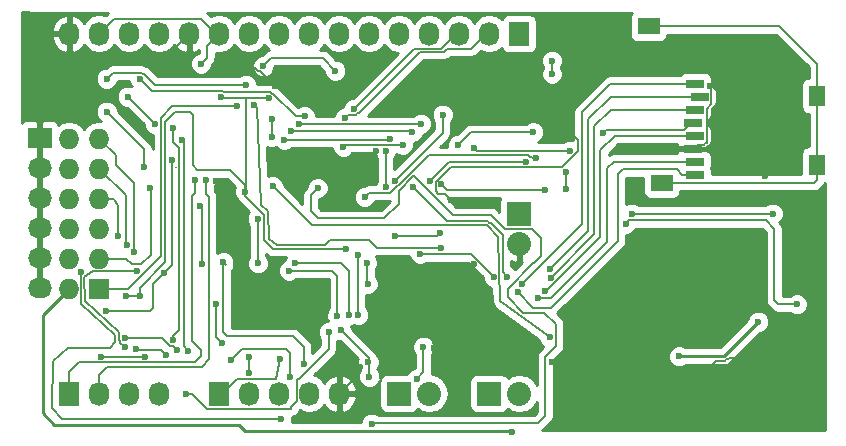
<source format=gbr>
G04 #@! TF.FileFunction,Copper,L2,Bot,Signal*
%FSLAX46Y46*%
G04 Gerber Fmt 4.6, Leading zero omitted, Abs format (unit mm)*
G04 Created by KiCad (PCBNEW 4.0.0-rc2-stable) date 4/30/2016 4:42:48 AM*
%MOMM*%
G01*
G04 APERTURE LIST*
%ADD10C,0.100000*%
%ADD11R,1.727200X1.727200*%
%ADD12O,1.727200X1.727200*%
%ADD13R,1.727200X2.032000*%
%ADD14O,1.727200X2.032000*%
%ADD15R,2.032000X2.032000*%
%ADD16O,2.032000X2.032000*%
%ADD17R,1.501140X0.749300*%
%ADD18R,1.899920X1.399540*%
%ADD19R,1.399540X1.800860*%
%ADD20R,2.032000X1.727200*%
%ADD21O,2.032000X1.727200*%
%ADD22C,0.600000*%
%ADD23C,0.160000*%
%ADD24C,0.250000*%
%ADD25C,0.254000*%
G04 APERTURE END LIST*
D10*
D11*
X118490000Y-104520000D03*
D12*
X115950000Y-104520000D03*
X118490000Y-101980000D03*
X115950000Y-101980000D03*
X118490000Y-99440000D03*
X115950000Y-99440000D03*
X118490000Y-96900000D03*
X115950000Y-96900000D03*
X118490000Y-94360000D03*
X115950000Y-94360000D03*
X118490000Y-91820000D03*
X115950000Y-91820000D03*
D13*
X154050000Y-82930000D03*
D14*
X151510000Y-82930000D03*
X148970000Y-82930000D03*
X146430000Y-82930000D03*
X143890000Y-82930000D03*
X141350000Y-82930000D03*
X138810000Y-82930000D03*
X136270000Y-82930000D03*
X133730000Y-82930000D03*
X131190000Y-82930000D03*
X128650000Y-82930000D03*
X126110000Y-82930000D03*
X123570000Y-82930000D03*
X121030000Y-82930000D03*
X118490000Y-82930000D03*
X115950000Y-82930000D03*
D13*
X128650000Y-113410000D03*
D14*
X131190000Y-113410000D03*
X133730000Y-113410000D03*
X136270000Y-113410000D03*
X138810000Y-113410000D03*
D13*
X115950000Y-113410000D03*
D14*
X118490000Y-113410000D03*
X121030000Y-113410000D03*
X123570000Y-113410000D03*
D15*
X151510000Y-113410000D03*
D16*
X154050000Y-113410000D03*
D15*
X143890000Y-113410000D03*
D16*
X146430000Y-113410000D03*
D15*
X154050000Y-98170000D03*
D16*
X154050000Y-100710000D03*
D17*
X168970000Y-93768920D03*
X168970000Y-94868740D03*
X168769340Y-92669100D03*
X168970000Y-91569280D03*
X168970000Y-87170000D03*
X169368780Y-88269820D03*
X168970000Y-89369640D03*
X168769340Y-90469460D03*
D18*
X166120120Y-95569780D03*
X165020300Y-82321140D03*
D19*
X179269700Y-94020380D03*
X179269700Y-88219020D03*
D20*
X113450000Y-91775000D03*
D21*
X113450000Y-94315000D03*
X113450000Y-96855000D03*
X113450000Y-99395000D03*
X113450000Y-101935000D03*
X113450000Y-104475000D03*
D22*
X114450000Y-88525000D03*
X148325000Y-97000000D03*
X144850000Y-89350000D03*
X143200000Y-89275000D03*
X146225000Y-103125000D03*
X150200000Y-102450000D03*
X138450000Y-111325000D03*
X135875000Y-94625000D03*
X134200000Y-94625000D03*
X118675000Y-110275000D03*
X122375000Y-110275000D03*
X148150000Y-112475000D03*
X146850000Y-109525000D03*
X174879000Y-94996000D03*
X169799000Y-111506000D03*
X179578000Y-110363000D03*
X133350000Y-87376000D03*
X130937000Y-85852000D03*
X120142000Y-85217000D03*
X156845000Y-110744000D03*
X168148000Y-111506000D03*
X139192000Y-95504000D03*
X141975000Y-92850000D03*
X129413000Y-97155000D03*
X128397000Y-95377000D03*
X170180000Y-87376000D03*
X140589000Y-111125000D03*
X153797000Y-86741000D03*
X154940000Y-87884000D03*
X153035000Y-86995000D03*
X146558000Y-87884000D03*
X147430000Y-101070000D03*
X131620000Y-88950000D03*
X135380000Y-90590000D03*
X145750000Y-90550000D03*
X177575000Y-105850000D03*
X163100000Y-99025000D03*
X158050000Y-96100000D03*
X158000000Y-94625000D03*
X139375000Y-101175000D03*
X130850000Y-96350000D03*
X145950000Y-109450000D03*
X145375000Y-112200000D03*
X140970000Y-96774000D03*
X155448000Y-93472000D03*
X121920000Y-105156000D03*
X120777000Y-105156000D03*
X161163000Y-91313000D03*
X156845000Y-86360000D03*
X156845000Y-85217000D03*
X127127000Y-85471000D03*
X128778000Y-88265000D03*
X132842000Y-88392000D03*
X134760000Y-91200000D03*
X145010000Y-91230000D03*
X153475000Y-116650000D03*
X124650000Y-93600000D03*
X119075000Y-106425000D03*
X123950000Y-103225000D03*
X123190000Y-90551000D03*
X120904000Y-88265000D03*
X174310000Y-107330000D03*
X167600000Y-110260000D03*
X150241000Y-92583000D03*
X158369000Y-92837000D03*
X163576000Y-98171000D03*
X175514000Y-98171000D03*
X155250000Y-91275000D03*
X148875000Y-92350000D03*
X144200000Y-92350000D03*
X139175000Y-92500000D03*
X145034000Y-95885000D03*
X153035000Y-103505000D03*
X151892000Y-103505000D03*
X145669000Y-101600000D03*
X154640000Y-93770000D03*
X146470000Y-95380000D03*
X147320000Y-99822000D03*
X143510000Y-100076000D03*
X142750000Y-92850000D03*
X142820000Y-95900000D03*
X147480000Y-95700000D03*
X156220000Y-96170000D03*
X119126000Y-86741000D03*
X130937000Y-87249000D03*
X133096000Y-90170000D03*
X133096000Y-91694000D03*
X122301000Y-94234000D03*
X119126000Y-89535000D03*
X130190000Y-89080000D03*
X122810000Y-95970000D03*
X120130000Y-100050000D03*
X120830000Y-100790000D03*
X121450000Y-101460000D03*
X139319000Y-90043000D03*
X140081000Y-89281000D03*
X133850000Y-110500000D03*
X135830000Y-110910000D03*
X129020000Y-102290000D03*
X120650000Y-109474000D03*
X121666000Y-102997000D03*
X133900000Y-115550000D03*
X116950000Y-103100000D03*
X134675000Y-112025000D03*
X129625000Y-110600000D03*
X124150000Y-110150000D03*
X121650000Y-109625000D03*
X126620000Y-95350000D03*
X127550000Y-95300000D03*
X141575000Y-115950000D03*
X137000000Y-96000000D03*
X156640000Y-108640000D03*
X133210000Y-95870000D03*
X141300000Y-110750000D03*
X138960000Y-108050000D03*
X141370000Y-111970000D03*
X128397000Y-105791000D03*
X128905000Y-109093000D03*
X125095000Y-109728000D03*
X120650000Y-108712000D03*
X131170000Y-110290000D03*
X131210000Y-111640000D03*
X137922000Y-108204000D03*
X125857000Y-113411000D03*
X138490000Y-86080000D03*
X132390000Y-85690000D03*
X121920000Y-86741000D03*
X135890000Y-89916000D03*
X141230000Y-104140000D03*
X141180000Y-102330000D03*
X140410000Y-101670000D03*
X140450000Y-106760000D03*
X135100000Y-102390000D03*
X139620000Y-106790000D03*
X156780000Y-103590000D03*
X156210000Y-104750000D03*
X155680000Y-105360000D03*
X153920000Y-104810000D03*
X154260000Y-104150000D03*
X156670000Y-102900000D03*
X134560000Y-103000000D03*
X138660000Y-106820000D03*
X124750000Y-90950000D03*
X124770000Y-108890000D03*
X126040000Y-109770000D03*
X125490000Y-91970000D03*
X127170000Y-102410000D03*
X127020000Y-97570000D03*
X131940000Y-102390000D03*
X131920000Y-98610000D03*
X134170000Y-91920000D03*
X143090000Y-91880000D03*
X147574000Y-89789000D03*
X143510000Y-95377000D03*
D23*
X124990000Y-94240000D02*
X125030000Y-94240000D01*
D24*
X115950000Y-87025000D02*
X115950000Y-82930000D01*
X114450000Y-88525000D02*
X115950000Y-87025000D01*
D23*
X159025000Y-91969000D02*
X154940000Y-87884000D01*
X159025000Y-92850000D02*
X159025000Y-91969000D01*
X158350000Y-93525000D02*
X159025000Y-92850000D01*
X157675000Y-94200000D02*
X158350000Y-93525000D01*
X148250000Y-94200000D02*
X157675000Y-94200000D01*
X146975000Y-95475000D02*
X148250000Y-94200000D01*
X146975000Y-96275000D02*
X146975000Y-95475000D01*
X147175000Y-96475000D02*
X146975000Y-96275000D01*
X147800000Y-96475000D02*
X147175000Y-96475000D01*
X148325000Y-97000000D02*
X147800000Y-96475000D01*
X143275000Y-89350000D02*
X144850000Y-89350000D01*
X143200000Y-89275000D02*
X143275000Y-89350000D01*
X149525000Y-103125000D02*
X146225000Y-103125000D01*
X150200000Y-102450000D02*
X149525000Y-103125000D01*
X138810000Y-111685000D02*
X138810000Y-113410000D01*
X138450000Y-111325000D02*
X138810000Y-111685000D01*
X134200000Y-94625000D02*
X135875000Y-94625000D01*
X121400000Y-110275000D02*
X118675000Y-110275000D01*
X122375000Y-110275000D02*
X121400000Y-110275000D01*
X148150000Y-110825000D02*
X148150000Y-112475000D01*
X146850000Y-109525000D02*
X148150000Y-110825000D01*
X174879000Y-94996000D02*
X172593000Y-92710000D01*
X172593000Y-92710000D02*
X168783000Y-92710000D01*
X168783000Y-92710000D02*
X168769340Y-92669100D01*
X169799000Y-111506000D02*
X170688000Y-110617000D01*
X170688000Y-110617000D02*
X171450000Y-110617000D01*
X171450000Y-110617000D02*
X171577000Y-110490000D01*
X171577000Y-110490000D02*
X171704000Y-110490000D01*
X171704000Y-110490000D02*
X171831000Y-110363000D01*
X171831000Y-110363000D02*
X179578000Y-110363000D01*
X133350000Y-87376000D02*
X132080000Y-86106000D01*
X132080000Y-86106000D02*
X131953000Y-86106000D01*
X131953000Y-86106000D02*
X131699000Y-85852000D01*
X131699000Y-85852000D02*
X130937000Y-85852000D01*
X126110000Y-82930000D02*
X125984000Y-83058000D01*
X125984000Y-83058000D02*
X123825000Y-85217000D01*
X123825000Y-85217000D02*
X120142000Y-85217000D01*
X156845000Y-110744000D02*
X157607000Y-111506000D01*
X157607000Y-111506000D02*
X168148000Y-111506000D01*
X141975000Y-92850000D02*
X139192000Y-95504000D01*
X129413000Y-97155000D02*
X129413000Y-96393000D01*
X129413000Y-96393000D02*
X128397000Y-95377000D01*
X168769340Y-92669100D02*
X168783000Y-92710000D01*
X168783000Y-92710000D02*
X169164000Y-92329000D01*
X169164000Y-92329000D02*
X169672000Y-92329000D01*
X169672000Y-92329000D02*
X169799000Y-92202000D01*
X169799000Y-92202000D02*
X169926000Y-92202000D01*
X169926000Y-92202000D02*
X169926000Y-89281000D01*
X169926000Y-89281000D02*
X170307000Y-88900000D01*
X170307000Y-88900000D02*
X170307000Y-87503000D01*
X170307000Y-87503000D02*
X170180000Y-87376000D01*
X140589000Y-111125000D02*
X140589000Y-111633000D01*
X140589000Y-111633000D02*
X138811000Y-113411000D01*
X138811000Y-113411000D02*
X138810000Y-113410000D01*
X153797000Y-86741000D02*
X154940000Y-87884000D01*
X153035000Y-86995000D02*
X152146000Y-87884000D01*
X152146000Y-87884000D02*
X146558000Y-87884000D01*
X133595209Y-100790340D02*
X137634660Y-100790340D01*
X142045000Y-101070000D02*
X147430000Y-101070000D01*
X141350000Y-100375000D02*
X142045000Y-101070000D01*
X138050000Y-100375000D02*
X141350000Y-100375000D01*
X137634660Y-100790340D02*
X138050000Y-100375000D01*
X132840000Y-100350000D02*
X133595209Y-100790340D01*
X133595209Y-100790340D02*
X133598648Y-100792345D01*
X132832094Y-97924895D02*
X132840000Y-100350000D01*
X132178595Y-97404942D02*
X132832094Y-97924895D01*
X131860000Y-89190000D02*
X132178595Y-97404942D01*
X131620000Y-88950000D02*
X131860000Y-89190000D01*
X145710000Y-90590000D02*
X135380000Y-90590000D01*
X145750000Y-90550000D02*
X145710000Y-90590000D01*
X176000000Y-105850000D02*
X177575000Y-105850000D01*
X175650000Y-105500000D02*
X176000000Y-105850000D01*
X175650000Y-99475000D02*
X175650000Y-105500000D01*
X174925000Y-98750000D02*
X175650000Y-99475000D01*
X163375000Y-98750000D02*
X174925000Y-98750000D01*
X163100000Y-99025000D02*
X163375000Y-98750000D01*
X158050000Y-94675000D02*
X158050000Y-96100000D01*
X158000000Y-94625000D02*
X158050000Y-94675000D01*
X121920000Y-105156000D02*
X121920000Y-104480000D01*
X130850000Y-95775000D02*
X130850000Y-96350000D01*
X129575000Y-94500000D02*
X130850000Y-95775000D01*
X126800000Y-94500000D02*
X129575000Y-94500000D01*
X126400000Y-94100000D02*
X126800000Y-94500000D01*
X126400000Y-89850000D02*
X126400000Y-94100000D01*
X126150000Y-89600000D02*
X126400000Y-89850000D01*
X124925000Y-89600000D02*
X126150000Y-89600000D01*
X124100000Y-90425000D02*
X124925000Y-89600000D01*
X124100000Y-102300000D02*
X124100000Y-90425000D01*
X121920000Y-104480000D02*
X124100000Y-102300000D01*
X130850000Y-96350000D02*
X130850000Y-96725000D01*
X130850000Y-96725000D02*
X132450000Y-98325000D01*
X132450000Y-98325000D02*
X132450000Y-100375000D01*
X132450000Y-100375000D02*
X133250000Y-101175000D01*
X133250000Y-101175000D02*
X139375000Y-101175000D01*
X130850000Y-96350000D02*
X130925000Y-96275000D01*
X130925000Y-96275000D02*
X130925000Y-88392000D01*
X145950000Y-111625000D02*
X145950000Y-109450000D01*
X145375000Y-112200000D02*
X145950000Y-111625000D01*
X140970000Y-96774000D02*
X141351000Y-96393000D01*
X141351000Y-96393000D02*
X143129000Y-96393000D01*
X143129000Y-96393000D02*
X143764000Y-95758000D01*
X143764000Y-95758000D02*
X143891000Y-95758000D01*
X143891000Y-95758000D02*
X146431000Y-93218000D01*
X146431000Y-93218000D02*
X154813000Y-93218000D01*
X154813000Y-93218000D02*
X154940000Y-93345000D01*
X154940000Y-93345000D02*
X155067000Y-93345000D01*
X155067000Y-93345000D02*
X155194000Y-93472000D01*
X155194000Y-93472000D02*
X155448000Y-93472000D01*
X121920000Y-105156000D02*
X120777000Y-105156000D01*
X161163000Y-91313000D02*
X161417000Y-91059000D01*
X161417000Y-91059000D02*
X168021000Y-91059000D01*
X168021000Y-91059000D02*
X168656000Y-90424000D01*
X168656000Y-90424000D02*
X168783000Y-90424000D01*
X168783000Y-90424000D02*
X168769340Y-90469460D01*
X156845000Y-86360000D02*
X156845000Y-85217000D01*
X118490000Y-82930000D02*
X118618000Y-82804000D01*
X118618000Y-82804000D02*
X119761000Y-81661000D01*
X119761000Y-81661000D02*
X127127000Y-81661000D01*
X127127000Y-81661000D02*
X128397000Y-82931000D01*
X128397000Y-82931000D02*
X128651000Y-82931000D01*
X128651000Y-82931000D02*
X128650000Y-82930000D01*
X128650000Y-82930000D02*
X128524000Y-83058000D01*
X128524000Y-83058000D02*
X127635000Y-83947000D01*
X127635000Y-83947000D02*
X127635000Y-84963000D01*
X127635000Y-84963000D02*
X127127000Y-85471000D01*
X128778000Y-88265000D02*
X128905000Y-88392000D01*
X128905000Y-88392000D02*
X130925000Y-88392000D01*
X130925000Y-88392000D02*
X132842000Y-88392000D01*
X144980000Y-91200000D02*
X134760000Y-91200000D01*
X145010000Y-91230000D02*
X144980000Y-91200000D01*
D24*
X113700000Y-106770000D02*
X115950000Y-104520000D01*
X113700000Y-115075000D02*
X113700000Y-106770000D01*
X114700000Y-116075000D02*
X113700000Y-115075000D01*
X130375000Y-116075000D02*
X114700000Y-116075000D01*
X130875000Y-116575000D02*
X130375000Y-116075000D01*
X153400000Y-116575000D02*
X130875000Y-116575000D01*
X153475000Y-116650000D02*
X153400000Y-116575000D01*
D23*
X123950000Y-103225000D02*
X123950000Y-103200000D01*
X124650000Y-102500000D02*
X124650000Y-93600000D01*
X123950000Y-103200000D02*
X124650000Y-102500000D01*
X122800000Y-106425000D02*
X119075000Y-106425000D01*
X123025000Y-106200000D02*
X122800000Y-106425000D01*
X123025000Y-104150000D02*
X123025000Y-106200000D01*
X123950000Y-103225000D02*
X123025000Y-104150000D01*
X123190000Y-90551000D02*
X120904000Y-88265000D01*
D24*
X174310000Y-107330000D02*
X171380000Y-110260000D01*
X171380000Y-110260000D02*
X167600000Y-110260000D01*
D23*
X150241000Y-92583000D02*
X150495000Y-92837000D01*
X150495000Y-92837000D02*
X158369000Y-92837000D01*
X163576000Y-98171000D02*
X175514000Y-98171000D01*
X149950000Y-91275000D02*
X155250000Y-91275000D01*
X148875000Y-92350000D02*
X149950000Y-91275000D01*
X139325000Y-92350000D02*
X144200000Y-92350000D01*
X139175000Y-92500000D02*
X139325000Y-92350000D01*
X145034000Y-95885000D02*
X147955000Y-98806000D01*
X147955000Y-98806000D02*
X151384000Y-98806000D01*
X151384000Y-98806000D02*
X151511000Y-98933000D01*
X151511000Y-98933000D02*
X151638000Y-98933000D01*
X151638000Y-98933000D02*
X152654000Y-99949000D01*
X152654000Y-99949000D02*
X152654000Y-103124000D01*
X152654000Y-103124000D02*
X153035000Y-103505000D01*
X151892000Y-103505000D02*
X149987000Y-101600000D01*
X149987000Y-101600000D02*
X145669000Y-101600000D01*
X148080000Y-93770000D02*
X154640000Y-93770000D01*
X146470000Y-95380000D02*
X148080000Y-93770000D01*
X147320000Y-99822000D02*
X147066000Y-100076000D01*
X147066000Y-100076000D02*
X143510000Y-100076000D01*
X142760000Y-92860000D02*
X142750000Y-92850000D01*
X142760000Y-95840000D02*
X142760000Y-92860000D01*
X142820000Y-95900000D02*
X142760000Y-95840000D01*
X147480000Y-95700000D02*
X147950000Y-96170000D01*
X147950000Y-96170000D02*
X156220000Y-96170000D01*
X119126000Y-86741000D02*
X119634000Y-86233000D01*
X119634000Y-86233000D02*
X122047000Y-86233000D01*
X122047000Y-86233000D02*
X122174000Y-86360000D01*
X122174000Y-86360000D02*
X122301000Y-86360000D01*
X122301000Y-86360000D02*
X123190000Y-87249000D01*
X123190000Y-87249000D02*
X130937000Y-87249000D01*
X133096000Y-90170000D02*
X133096000Y-91694000D01*
X122301000Y-94234000D02*
X122301000Y-92710000D01*
X122301000Y-92710000D02*
X119126000Y-89535000D01*
X123730000Y-95500000D02*
X123730000Y-90050000D01*
X120970000Y-104520000D02*
X123730000Y-101760000D01*
X123730000Y-101760000D02*
X123730000Y-95500000D01*
X120970000Y-104520000D02*
X118490000Y-104520000D01*
X124700000Y-89080000D02*
X130190000Y-89080000D01*
X123730000Y-90050000D02*
X124700000Y-89080000D01*
X120810000Y-101980000D02*
X121300000Y-102470000D01*
X121300000Y-102470000D02*
X122080000Y-102470000D01*
X122080000Y-102470000D02*
X122900000Y-101650000D01*
X122900000Y-101650000D02*
X122890000Y-96050000D01*
X122890000Y-96050000D02*
X122810000Y-95970000D01*
X118490000Y-101980000D02*
X120810000Y-101980000D01*
X119720000Y-96950000D02*
X118490000Y-96900000D01*
X120050000Y-97540000D02*
X119720000Y-96950000D01*
X120110000Y-100030000D02*
X120050000Y-97540000D01*
X120130000Y-100050000D02*
X120110000Y-100030000D01*
X120760000Y-96630000D02*
X118490000Y-94360000D01*
X120760000Y-100720000D02*
X120760000Y-96630000D01*
X120830000Y-100790000D02*
X120760000Y-100720000D01*
X119890000Y-93220000D02*
X118490000Y-91820000D01*
X119890000Y-94040000D02*
X119890000Y-93220000D01*
X121470000Y-95620000D02*
X119890000Y-94040000D01*
X121470000Y-101440000D02*
X121470000Y-95620000D01*
X121450000Y-101460000D02*
X121470000Y-101440000D01*
X139319000Y-90043000D02*
X139573000Y-89789000D01*
X139573000Y-89789000D02*
X140208000Y-89789000D01*
X140208000Y-89789000D02*
X140335000Y-89662000D01*
X140335000Y-89662000D02*
X140462000Y-89662000D01*
X140462000Y-89662000D02*
X145669000Y-84455000D01*
X145669000Y-84455000D02*
X147701000Y-84455000D01*
X147701000Y-84455000D02*
X147955000Y-84201000D01*
X147955000Y-84201000D02*
X149987000Y-84201000D01*
X149987000Y-84201000D02*
X151257000Y-82931000D01*
X151257000Y-82931000D02*
X151511000Y-82931000D01*
X151511000Y-82931000D02*
X151510000Y-82930000D01*
X140081000Y-89281000D02*
X145161000Y-84201000D01*
X145161000Y-84201000D02*
X147447000Y-84201000D01*
X147447000Y-84201000D02*
X148717000Y-82931000D01*
X148717000Y-82931000D02*
X148971000Y-82931000D01*
X148971000Y-82931000D02*
X148970000Y-82930000D01*
X133850000Y-110500000D02*
X133477000Y-112141000D01*
X133477000Y-112141000D02*
X130175000Y-112141000D01*
X130175000Y-112141000D02*
X128905000Y-113411000D01*
X128905000Y-113411000D02*
X128651000Y-113411000D01*
X128651000Y-113411000D02*
X128650000Y-113410000D01*
X129020000Y-102290000D02*
X129020000Y-108240000D01*
X135830000Y-109490000D02*
X135830000Y-110910000D01*
X134890000Y-108550000D02*
X135830000Y-109490000D01*
X129330000Y-108550000D02*
X134890000Y-108550000D01*
X129020000Y-108240000D02*
X129330000Y-108550000D01*
X129020000Y-102290000D02*
X129240000Y-102510000D01*
X120650000Y-109474000D02*
X120269000Y-109093000D01*
X120269000Y-109093000D02*
X120269000Y-108966000D01*
X120269000Y-108966000D02*
X120142000Y-108839000D01*
X120142000Y-108839000D02*
X120142000Y-108204000D01*
X120142000Y-108204000D02*
X117275000Y-105600000D01*
X117275000Y-105600000D02*
X117250000Y-103550000D01*
X117250000Y-103550000D02*
X117983000Y-102997000D01*
X117983000Y-102997000D02*
X121666000Y-102997000D01*
X115375000Y-115550000D02*
X133900000Y-115550000D01*
X114475000Y-114650000D02*
X115375000Y-115550000D01*
X114589846Y-110623997D02*
X114475000Y-114650000D01*
X115900000Y-109525000D02*
X114589846Y-110623997D01*
X119400000Y-109525000D02*
X115900000Y-109525000D01*
X119825000Y-109075000D02*
X119400000Y-109525000D01*
X119800000Y-108425000D02*
X119825000Y-109075000D01*
X116975000Y-105825000D02*
X119800000Y-108425000D01*
X116950000Y-103100000D02*
X116975000Y-105825000D01*
X134675000Y-110000000D02*
X134675000Y-112025000D01*
X134325000Y-109650000D02*
X134675000Y-110000000D01*
X130575000Y-109650000D02*
X134325000Y-109650000D01*
X129625000Y-110600000D02*
X130575000Y-109650000D01*
X123700000Y-109700000D02*
X124150000Y-110150000D01*
X121725000Y-109700000D02*
X123700000Y-109700000D01*
X121650000Y-109625000D02*
X121725000Y-109700000D01*
X126620000Y-95350000D02*
X126620000Y-96440000D01*
X115950000Y-111590000D02*
X115950000Y-113410000D01*
X116810000Y-110730000D02*
X115950000Y-111590000D01*
X126630000Y-110730000D02*
X116810000Y-110730000D01*
X127160000Y-110200000D02*
X126630000Y-110730000D01*
X127160000Y-109730000D02*
X127160000Y-110200000D01*
X126390000Y-108960000D02*
X127160000Y-109730000D01*
X126390000Y-96670000D02*
X126390000Y-108960000D01*
X126620000Y-96440000D02*
X126390000Y-96670000D01*
X127550000Y-95300000D02*
X127550000Y-96510000D01*
X118490000Y-111830000D02*
X118490000Y-113410000D01*
X119170000Y-111150000D02*
X118490000Y-111830000D01*
X127170000Y-111150000D02*
X119170000Y-111150000D01*
X127800000Y-110520000D02*
X127170000Y-111150000D01*
X127800000Y-96760000D02*
X127800000Y-110520000D01*
X127550000Y-96510000D02*
X127800000Y-96760000D01*
X155300000Y-102350000D02*
X155250000Y-102350000D01*
X141625000Y-115900000D02*
X141575000Y-115950000D01*
X155625000Y-115900000D02*
X141625000Y-115900000D01*
X156250000Y-115275000D02*
X155625000Y-115900000D01*
X156250000Y-110300000D02*
X156250000Y-115275000D01*
X157175000Y-109375000D02*
X156250000Y-110300000D01*
X157175000Y-107550000D02*
X157175000Y-109375000D01*
X156175000Y-106550000D02*
X157175000Y-107550000D01*
X154375000Y-106550000D02*
X156175000Y-106550000D01*
X153075000Y-105250000D02*
X154375000Y-106550000D01*
X153075000Y-104525000D02*
X153075000Y-105250000D01*
X155250000Y-102350000D02*
X153075000Y-104525000D01*
X155925000Y-101725000D02*
X155300000Y-102350000D01*
X155300000Y-102350000D02*
X155275000Y-102375000D01*
X155925000Y-100225000D02*
X155925000Y-101725000D01*
X155175000Y-99475000D02*
X155925000Y-100225000D01*
X152825000Y-99475000D02*
X155175000Y-99475000D01*
X151650000Y-98300000D02*
X152825000Y-99475000D01*
X148425000Y-98300000D02*
X151650000Y-98300000D01*
X145150000Y-95025000D02*
X148425000Y-98300000D01*
X145100000Y-95025000D02*
X145150000Y-95025000D01*
X143875000Y-96250000D02*
X145100000Y-95025000D01*
X143875000Y-97350000D02*
X143875000Y-96250000D01*
X142650000Y-98575000D02*
X143875000Y-97350000D01*
X137025000Y-98575000D02*
X142650000Y-98575000D01*
X136400000Y-97950000D02*
X137025000Y-98575000D01*
X136400000Y-96600000D02*
X136400000Y-97950000D01*
X137000000Y-96000000D02*
X136400000Y-96600000D01*
X152472683Y-105584956D02*
X156640000Y-108640000D01*
X152250000Y-100150000D02*
X152472683Y-105584956D01*
X151320000Y-99140000D02*
X152250000Y-100150000D01*
X136480000Y-99140000D02*
X151320000Y-99140000D01*
X133210000Y-95870000D02*
X136480000Y-99140000D01*
X141300000Y-110750000D02*
X141310000Y-110750000D01*
X141310000Y-110750000D02*
X141300000Y-110750000D01*
X141300000Y-110750000D02*
X141310000Y-110750000D01*
X141310000Y-110400000D02*
X138960000Y-108050000D01*
X141310000Y-111910000D02*
X141310000Y-110750000D01*
X141310000Y-110750000D02*
X141310000Y-110400000D01*
X141370000Y-111970000D02*
X141310000Y-111910000D01*
X128397000Y-105791000D02*
X128397000Y-108585000D01*
X128397000Y-108585000D02*
X128905000Y-109093000D01*
X125095000Y-109728000D02*
X124714000Y-109347000D01*
X124714000Y-109347000D02*
X124460000Y-109347000D01*
X124460000Y-109347000D02*
X123825000Y-108712000D01*
X123825000Y-108712000D02*
X120650000Y-108712000D01*
X131170000Y-111600000D02*
X131170000Y-110290000D01*
X131210000Y-111640000D02*
X131170000Y-111600000D01*
X137922000Y-108204000D02*
X137922000Y-109601000D01*
X137922000Y-109601000D02*
X135382000Y-112141000D01*
X135382000Y-112141000D02*
X135255000Y-112141000D01*
X135255000Y-112141000D02*
X135255000Y-114046000D01*
X135255000Y-114046000D02*
X134747000Y-114554000D01*
X134747000Y-114554000D02*
X134747000Y-114681000D01*
X134747000Y-114681000D02*
X127635000Y-114681000D01*
X127635000Y-114681000D02*
X126365000Y-113411000D01*
X126365000Y-113411000D02*
X125857000Y-113411000D01*
X137410000Y-85000000D02*
X138490000Y-86080000D01*
X133080000Y-85000000D02*
X137410000Y-85000000D01*
X132390000Y-85690000D02*
X133080000Y-85000000D01*
X121920000Y-86741000D02*
X122936000Y-87757000D01*
X122936000Y-87757000D02*
X128905000Y-87757000D01*
X128905000Y-87757000D02*
X129032000Y-87884000D01*
X129032000Y-87884000D02*
X132969000Y-87884000D01*
X132969000Y-87884000D02*
X133096000Y-88011000D01*
X133096000Y-88011000D02*
X133223000Y-88011000D01*
X133223000Y-88011000D02*
X135128000Y-89916000D01*
X135128000Y-89916000D02*
X135890000Y-89916000D01*
X141180000Y-104090000D02*
X141180000Y-102330000D01*
X141230000Y-104140000D02*
X141180000Y-104090000D01*
X140410000Y-106720000D02*
X140410000Y-101670000D01*
X140450000Y-106760000D02*
X140410000Y-106720000D01*
X139000000Y-102390000D02*
X135100000Y-102390000D01*
X139630000Y-103020000D02*
X139000000Y-102390000D01*
X139630000Y-106780000D02*
X139630000Y-103020000D01*
X139620000Y-106790000D02*
X139630000Y-106780000D01*
X168970000Y-89369640D02*
X161790360Y-89369640D01*
X160430000Y-99940000D02*
X156780000Y-103590000D01*
X160430000Y-90730000D02*
X160430000Y-99940000D01*
X161790360Y-89369640D02*
X160430000Y-90730000D01*
X168970000Y-91569280D02*
X162150720Y-91569280D01*
X156330000Y-104750000D02*
X156210000Y-104750000D01*
X160930000Y-100150000D02*
X156330000Y-104750000D01*
X160930000Y-92790000D02*
X160930000Y-100150000D01*
X162150720Y-91569280D02*
X160930000Y-92790000D01*
X168970000Y-93768920D02*
X162101080Y-93768920D01*
X156750000Y-105360000D02*
X155680000Y-105360000D01*
X161530000Y-100580000D02*
X156750000Y-105360000D01*
X161530000Y-94340000D02*
X161530000Y-100580000D01*
X162101080Y-93768920D02*
X161530000Y-94340000D01*
X168970000Y-94868740D02*
X167848740Y-94868740D01*
X155250000Y-106140000D02*
X153920000Y-104810000D01*
X156740000Y-106140000D02*
X155250000Y-106140000D01*
X162410000Y-100470000D02*
X156740000Y-106140000D01*
X162410000Y-94850000D02*
X162410000Y-100470000D01*
X162850000Y-94410000D02*
X162410000Y-94850000D01*
X167390000Y-94410000D02*
X162850000Y-94410000D01*
X167848740Y-94868740D02*
X167390000Y-94410000D01*
X168970000Y-87170000D02*
X161710000Y-87170000D01*
X159350000Y-99060000D02*
X154260000Y-104150000D01*
X159350000Y-89530000D02*
X159350000Y-99060000D01*
X161710000Y-87170000D02*
X159350000Y-89530000D01*
X161800180Y-88269820D02*
X169368780Y-88269820D01*
X159900000Y-90170000D02*
X161800180Y-88269820D01*
X159900000Y-99670000D02*
X159900000Y-90170000D01*
X156670000Y-102900000D02*
X159900000Y-99670000D01*
X138230000Y-103000000D02*
X134560000Y-103000000D01*
X138670000Y-103440000D02*
X138230000Y-103000000D01*
X138670000Y-106810000D02*
X138670000Y-103440000D01*
X138660000Y-106820000D02*
X138670000Y-106810000D01*
X124770000Y-108890000D02*
X124770000Y-108530000D01*
X124750000Y-92150000D02*
X124750000Y-90950000D01*
X125250000Y-92650000D02*
X124750000Y-92150000D01*
X125250000Y-108050000D02*
X125250000Y-92650000D01*
X124770000Y-108530000D02*
X125250000Y-108050000D01*
X124750000Y-90950000D02*
X124770000Y-90970000D01*
X124610000Y-108730000D02*
X124770000Y-108890000D01*
X125660000Y-109390000D02*
X126040000Y-109770000D01*
X125660000Y-92140000D02*
X125660000Y-109390000D01*
X125490000Y-91970000D02*
X125660000Y-92140000D01*
X127170000Y-97720000D02*
X127170000Y-102410000D01*
X127020000Y-97570000D02*
X127170000Y-97720000D01*
X131940000Y-98630000D02*
X131940000Y-102390000D01*
X131920000Y-98610000D02*
X131940000Y-98630000D01*
X179269700Y-94020380D02*
X179269700Y-95320300D01*
X179020220Y-95569780D02*
X166120120Y-95569780D01*
X179269700Y-95320300D02*
X179020220Y-95569780D01*
X179269700Y-94020380D02*
X179269700Y-88219020D01*
X165020300Y-82321140D02*
X176091140Y-82321140D01*
X179269700Y-85499700D02*
X179269700Y-88219020D01*
X176091140Y-82321140D02*
X179269700Y-85499700D01*
X143050000Y-91920000D02*
X134170000Y-91920000D01*
X143090000Y-91880000D02*
X143050000Y-91920000D01*
X147574000Y-89789000D02*
X147574000Y-91313000D01*
X147574000Y-91313000D02*
X143510000Y-95377000D01*
D25*
G36*
X164522720Y-96269550D02*
X164566998Y-96504867D01*
X164706070Y-96720991D01*
X164918270Y-96865981D01*
X165170160Y-96916990D01*
X167070080Y-96916990D01*
X167305397Y-96872712D01*
X167521521Y-96733640D01*
X167666511Y-96521440D01*
X167714436Y-96284780D01*
X179020220Y-96284780D01*
X179293839Y-96230354D01*
X179525801Y-96075361D01*
X179775281Y-95825881D01*
X179930000Y-95594329D01*
X179930000Y-116480000D01*
X156019206Y-116480000D01*
X156130581Y-116405581D01*
X156755581Y-115780582D01*
X156910574Y-115548619D01*
X156912766Y-115537599D01*
X156965000Y-115275000D01*
X156965000Y-110596162D01*
X157115995Y-110445167D01*
X166664838Y-110445167D01*
X166806883Y-110788943D01*
X167069673Y-111052192D01*
X167413201Y-111194838D01*
X167785167Y-111195162D01*
X168128943Y-111053117D01*
X168162118Y-111020000D01*
X171380000Y-111020000D01*
X171670839Y-110962148D01*
X171917401Y-110797401D01*
X174449680Y-108265122D01*
X174495167Y-108265162D01*
X174838943Y-108123117D01*
X175102192Y-107860327D01*
X175244838Y-107516799D01*
X175245162Y-107144833D01*
X175103117Y-106801057D01*
X174840327Y-106537808D01*
X174496799Y-106395162D01*
X174124833Y-106394838D01*
X173781057Y-106536883D01*
X173517808Y-106799673D01*
X173375162Y-107143201D01*
X173375121Y-107190077D01*
X171065198Y-109500000D01*
X168162463Y-109500000D01*
X168130327Y-109467808D01*
X167786799Y-109325162D01*
X167414833Y-109324838D01*
X167071057Y-109466883D01*
X166807808Y-109729673D01*
X166665162Y-110073201D01*
X166664838Y-110445167D01*
X157115995Y-110445167D01*
X157680582Y-109880581D01*
X157835575Y-109648618D01*
X157890000Y-109375000D01*
X157890000Y-107550000D01*
X157879060Y-107495000D01*
X157835575Y-107276382D01*
X157680582Y-107044419D01*
X157263662Y-106627500D01*
X162915581Y-100975581D01*
X162975722Y-100885574D01*
X163070574Y-100743619D01*
X163125000Y-100470000D01*
X163125000Y-99960022D01*
X163285167Y-99960162D01*
X163628943Y-99818117D01*
X163892192Y-99555327D01*
X163929699Y-99465000D01*
X174628838Y-99465000D01*
X174935000Y-99771162D01*
X174935000Y-105500000D01*
X174989426Y-105773619D01*
X175144419Y-106005581D01*
X175494419Y-106355582D01*
X175581278Y-106413619D01*
X175726381Y-106510574D01*
X176000000Y-106565000D01*
X176967616Y-106565000D01*
X177044673Y-106642192D01*
X177388201Y-106784838D01*
X177760167Y-106785162D01*
X178103943Y-106643117D01*
X178367192Y-106380327D01*
X178509838Y-106036799D01*
X178510162Y-105664833D01*
X178368117Y-105321057D01*
X178105327Y-105057808D01*
X177761799Y-104915162D01*
X177389833Y-104914838D01*
X177046057Y-105056883D01*
X176967804Y-105135000D01*
X176365000Y-105135000D01*
X176365000Y-99475000D01*
X176310574Y-99201381D01*
X176155581Y-98969419D01*
X176096658Y-98910496D01*
X176306192Y-98701327D01*
X176448838Y-98357799D01*
X176449162Y-97985833D01*
X176307117Y-97642057D01*
X176044327Y-97378808D01*
X175700799Y-97236162D01*
X175328833Y-97235838D01*
X174985057Y-97377883D01*
X174906804Y-97456000D01*
X164183384Y-97456000D01*
X164106327Y-97378808D01*
X163762799Y-97236162D01*
X163390833Y-97235838D01*
X163125000Y-97345678D01*
X163125000Y-95146162D01*
X163146162Y-95125000D01*
X164522720Y-95125000D01*
X164522720Y-96269550D01*
X164522720Y-96269550D01*
G37*
X164522720Y-96269550D02*
X164566998Y-96504867D01*
X164706070Y-96720991D01*
X164918270Y-96865981D01*
X165170160Y-96916990D01*
X167070080Y-96916990D01*
X167305397Y-96872712D01*
X167521521Y-96733640D01*
X167666511Y-96521440D01*
X167714436Y-96284780D01*
X179020220Y-96284780D01*
X179293839Y-96230354D01*
X179525801Y-96075361D01*
X179775281Y-95825881D01*
X179930000Y-95594329D01*
X179930000Y-116480000D01*
X156019206Y-116480000D01*
X156130581Y-116405581D01*
X156755581Y-115780582D01*
X156910574Y-115548619D01*
X156912766Y-115537599D01*
X156965000Y-115275000D01*
X156965000Y-110596162D01*
X157115995Y-110445167D01*
X166664838Y-110445167D01*
X166806883Y-110788943D01*
X167069673Y-111052192D01*
X167413201Y-111194838D01*
X167785167Y-111195162D01*
X168128943Y-111053117D01*
X168162118Y-111020000D01*
X171380000Y-111020000D01*
X171670839Y-110962148D01*
X171917401Y-110797401D01*
X174449680Y-108265122D01*
X174495167Y-108265162D01*
X174838943Y-108123117D01*
X175102192Y-107860327D01*
X175244838Y-107516799D01*
X175245162Y-107144833D01*
X175103117Y-106801057D01*
X174840327Y-106537808D01*
X174496799Y-106395162D01*
X174124833Y-106394838D01*
X173781057Y-106536883D01*
X173517808Y-106799673D01*
X173375162Y-107143201D01*
X173375121Y-107190077D01*
X171065198Y-109500000D01*
X168162463Y-109500000D01*
X168130327Y-109467808D01*
X167786799Y-109325162D01*
X167414833Y-109324838D01*
X167071057Y-109466883D01*
X166807808Y-109729673D01*
X166665162Y-110073201D01*
X166664838Y-110445167D01*
X157115995Y-110445167D01*
X157680582Y-109880581D01*
X157835575Y-109648618D01*
X157890000Y-109375000D01*
X157890000Y-107550000D01*
X157879060Y-107495000D01*
X157835575Y-107276382D01*
X157680582Y-107044419D01*
X157263662Y-106627500D01*
X162915581Y-100975581D01*
X162975722Y-100885574D01*
X163070574Y-100743619D01*
X163125000Y-100470000D01*
X163125000Y-99960022D01*
X163285167Y-99960162D01*
X163628943Y-99818117D01*
X163892192Y-99555327D01*
X163929699Y-99465000D01*
X174628838Y-99465000D01*
X174935000Y-99771162D01*
X174935000Y-105500000D01*
X174989426Y-105773619D01*
X175144419Y-106005581D01*
X175494419Y-106355582D01*
X175581278Y-106413619D01*
X175726381Y-106510574D01*
X176000000Y-106565000D01*
X176967616Y-106565000D01*
X177044673Y-106642192D01*
X177388201Y-106784838D01*
X177760167Y-106785162D01*
X178103943Y-106643117D01*
X178367192Y-106380327D01*
X178509838Y-106036799D01*
X178510162Y-105664833D01*
X178368117Y-105321057D01*
X178105327Y-105057808D01*
X177761799Y-104915162D01*
X177389833Y-104914838D01*
X177046057Y-105056883D01*
X176967804Y-105135000D01*
X176365000Y-105135000D01*
X176365000Y-99475000D01*
X176310574Y-99201381D01*
X176155581Y-98969419D01*
X176096658Y-98910496D01*
X176306192Y-98701327D01*
X176448838Y-98357799D01*
X176449162Y-97985833D01*
X176307117Y-97642057D01*
X176044327Y-97378808D01*
X175700799Y-97236162D01*
X175328833Y-97235838D01*
X174985057Y-97377883D01*
X174906804Y-97456000D01*
X164183384Y-97456000D01*
X164106327Y-97378808D01*
X163762799Y-97236162D01*
X163390833Y-97235838D01*
X163125000Y-97345678D01*
X163125000Y-95146162D01*
X163146162Y-95125000D01*
X164522720Y-95125000D01*
X164522720Y-96269550D01*
G36*
X142045000Y-101785000D02*
X144733838Y-101785000D01*
X144733838Y-101785167D01*
X144875883Y-102128943D01*
X145138673Y-102392192D01*
X145482201Y-102534838D01*
X145854167Y-102535162D01*
X146197943Y-102393117D01*
X146276196Y-102315000D01*
X149690838Y-102315000D01*
X150956933Y-103581095D01*
X150956838Y-103690167D01*
X151098883Y-104033943D01*
X151361673Y-104297192D01*
X151705201Y-104439838D01*
X151710165Y-104439842D01*
X151758282Y-105614227D01*
X151767772Y-105653464D01*
X151766015Y-105693786D01*
X151800300Y-105787960D01*
X151823864Y-105885388D01*
X151847645Y-105918004D01*
X151861453Y-105955932D01*
X151929174Y-106029823D01*
X151988223Y-106110811D01*
X152022674Y-106131843D01*
X152049947Y-106161601D01*
X155714215Y-108847862D01*
X155846883Y-109168943D01*
X156108161Y-109430677D01*
X155744419Y-109794419D01*
X155589426Y-110026381D01*
X155535000Y-110300000D01*
X155535000Y-112685494D01*
X155217433Y-112210222D01*
X154681810Y-111852330D01*
X154050000Y-111726655D01*
X153418190Y-111852330D01*
X153078208Y-112079499D01*
X152990090Y-111942559D01*
X152777890Y-111797569D01*
X152526000Y-111746560D01*
X150494000Y-111746560D01*
X150258683Y-111790838D01*
X150042559Y-111929910D01*
X149897569Y-112142110D01*
X149846560Y-112394000D01*
X149846560Y-114426000D01*
X149890838Y-114661317D01*
X150029910Y-114877441D01*
X150242110Y-115022431D01*
X150494000Y-115073440D01*
X152526000Y-115073440D01*
X152761317Y-115029162D01*
X152977441Y-114890090D01*
X153079198Y-114741163D01*
X153418190Y-114967670D01*
X154050000Y-115093345D01*
X154681810Y-114967670D01*
X155217433Y-114609778D01*
X155535000Y-114134506D01*
X155535000Y-114978837D01*
X155328838Y-115185000D01*
X142132472Y-115185000D01*
X142105327Y-115157808D01*
X141761799Y-115015162D01*
X141389833Y-115014838D01*
X141046057Y-115156883D01*
X140782808Y-115419673D01*
X140640162Y-115763201D01*
X140640117Y-115815000D01*
X134802366Y-115815000D01*
X134834838Y-115736799D01*
X134835150Y-115378466D01*
X135020619Y-115341574D01*
X135252581Y-115186581D01*
X135407574Y-114954619D01*
X135419997Y-114892166D01*
X135478537Y-114833625D01*
X135696511Y-114979271D01*
X136270000Y-115093345D01*
X136843489Y-114979271D01*
X137329670Y-114654415D01*
X137536461Y-114344931D01*
X137907964Y-114760732D01*
X138435209Y-115014709D01*
X138450974Y-115017358D01*
X138683000Y-114896217D01*
X138683000Y-113537000D01*
X138937000Y-113537000D01*
X138937000Y-114896217D01*
X139169026Y-115017358D01*
X139184791Y-115014709D01*
X139712036Y-114760732D01*
X140101954Y-114324320D01*
X140295184Y-113771913D01*
X140150924Y-113537000D01*
X138937000Y-113537000D01*
X138683000Y-113537000D01*
X138663000Y-113537000D01*
X138663000Y-113283000D01*
X138683000Y-113283000D01*
X138683000Y-111923783D01*
X138937000Y-111923783D01*
X138937000Y-113283000D01*
X140150924Y-113283000D01*
X140295184Y-113048087D01*
X140101954Y-112495680D01*
X139712036Y-112059268D01*
X139184791Y-111805291D01*
X139169026Y-111802642D01*
X138937000Y-111923783D01*
X138683000Y-111923783D01*
X138450974Y-111802642D01*
X138435209Y-111805291D01*
X137907964Y-112059268D01*
X137536461Y-112475069D01*
X137329670Y-112165585D01*
X136843489Y-111840729D01*
X136718329Y-111815833D01*
X138427581Y-110106582D01*
X138582574Y-109874619D01*
X138586958Y-109852581D01*
X138637000Y-109601000D01*
X138637000Y-108928282D01*
X138773201Y-108984838D01*
X138883772Y-108984934D01*
X140393586Y-110494748D01*
X140365162Y-110563201D01*
X140364838Y-110935167D01*
X140506883Y-111278943D01*
X140595000Y-111367214D01*
X140595000Y-111422511D01*
X140577808Y-111439673D01*
X140435162Y-111783201D01*
X140434838Y-112155167D01*
X140576883Y-112498943D01*
X140839673Y-112762192D01*
X141183201Y-112904838D01*
X141555167Y-112905162D01*
X141898943Y-112763117D01*
X142162192Y-112500327D01*
X142245805Y-112298966D01*
X142226560Y-112394000D01*
X142226560Y-114426000D01*
X142270838Y-114661317D01*
X142409910Y-114877441D01*
X142622110Y-115022431D01*
X142874000Y-115073440D01*
X144906000Y-115073440D01*
X145141317Y-115029162D01*
X145357441Y-114890090D01*
X145459198Y-114741163D01*
X145798190Y-114967670D01*
X146430000Y-115093345D01*
X147061810Y-114967670D01*
X147597433Y-114609778D01*
X147955325Y-114074155D01*
X148081000Y-113442345D01*
X148081000Y-113377655D01*
X147955325Y-112745845D01*
X147597433Y-112210222D01*
X147061810Y-111852330D01*
X146636605Y-111767751D01*
X146665000Y-111625000D01*
X146665000Y-110057384D01*
X146742192Y-109980327D01*
X146884838Y-109636799D01*
X146885162Y-109264833D01*
X146743117Y-108921057D01*
X146480327Y-108657808D01*
X146136799Y-108515162D01*
X145764833Y-108514838D01*
X145421057Y-108656883D01*
X145157808Y-108919673D01*
X145015162Y-109263201D01*
X145014838Y-109635167D01*
X145156883Y-109978943D01*
X145235000Y-110057196D01*
X145235000Y-111264877D01*
X145189833Y-111264838D01*
X144846057Y-111406883D01*
X144582808Y-111669673D01*
X144550882Y-111746560D01*
X142874000Y-111746560D01*
X142638683Y-111790838D01*
X142422559Y-111929910D01*
X142304886Y-112102131D01*
X142305162Y-111784833D01*
X142163117Y-111441057D01*
X142047352Y-111325089D01*
X142092192Y-111280327D01*
X142234838Y-110936799D01*
X142235162Y-110564833D01*
X142093117Y-110221057D01*
X141913827Y-110041454D01*
X141815581Y-109894419D01*
X139895067Y-107973905D01*
X139895162Y-107864833D01*
X139832743Y-107713768D01*
X140071354Y-107615176D01*
X140263201Y-107694838D01*
X140635167Y-107695162D01*
X140978943Y-107553117D01*
X141242192Y-107290327D01*
X141384838Y-106946799D01*
X141385162Y-106574833D01*
X141243117Y-106231057D01*
X141125000Y-106112734D01*
X141125000Y-105074909D01*
X141415167Y-105075162D01*
X141758943Y-104933117D01*
X142022192Y-104670327D01*
X142164838Y-104326799D01*
X142165162Y-103954833D01*
X142023117Y-103611057D01*
X141895000Y-103482716D01*
X141895000Y-102937384D01*
X141972192Y-102860327D01*
X142114838Y-102516799D01*
X142115162Y-102144833D01*
X141973117Y-101801057D01*
X141935307Y-101763181D01*
X142045000Y-101785000D01*
X142045000Y-101785000D01*
G37*
X142045000Y-101785000D02*
X144733838Y-101785000D01*
X144733838Y-101785167D01*
X144875883Y-102128943D01*
X145138673Y-102392192D01*
X145482201Y-102534838D01*
X145854167Y-102535162D01*
X146197943Y-102393117D01*
X146276196Y-102315000D01*
X149690838Y-102315000D01*
X150956933Y-103581095D01*
X150956838Y-103690167D01*
X151098883Y-104033943D01*
X151361673Y-104297192D01*
X151705201Y-104439838D01*
X151710165Y-104439842D01*
X151758282Y-105614227D01*
X151767772Y-105653464D01*
X151766015Y-105693786D01*
X151800300Y-105787960D01*
X151823864Y-105885388D01*
X151847645Y-105918004D01*
X151861453Y-105955932D01*
X151929174Y-106029823D01*
X151988223Y-106110811D01*
X152022674Y-106131843D01*
X152049947Y-106161601D01*
X155714215Y-108847862D01*
X155846883Y-109168943D01*
X156108161Y-109430677D01*
X155744419Y-109794419D01*
X155589426Y-110026381D01*
X155535000Y-110300000D01*
X155535000Y-112685494D01*
X155217433Y-112210222D01*
X154681810Y-111852330D01*
X154050000Y-111726655D01*
X153418190Y-111852330D01*
X153078208Y-112079499D01*
X152990090Y-111942559D01*
X152777890Y-111797569D01*
X152526000Y-111746560D01*
X150494000Y-111746560D01*
X150258683Y-111790838D01*
X150042559Y-111929910D01*
X149897569Y-112142110D01*
X149846560Y-112394000D01*
X149846560Y-114426000D01*
X149890838Y-114661317D01*
X150029910Y-114877441D01*
X150242110Y-115022431D01*
X150494000Y-115073440D01*
X152526000Y-115073440D01*
X152761317Y-115029162D01*
X152977441Y-114890090D01*
X153079198Y-114741163D01*
X153418190Y-114967670D01*
X154050000Y-115093345D01*
X154681810Y-114967670D01*
X155217433Y-114609778D01*
X155535000Y-114134506D01*
X155535000Y-114978837D01*
X155328838Y-115185000D01*
X142132472Y-115185000D01*
X142105327Y-115157808D01*
X141761799Y-115015162D01*
X141389833Y-115014838D01*
X141046057Y-115156883D01*
X140782808Y-115419673D01*
X140640162Y-115763201D01*
X140640117Y-115815000D01*
X134802366Y-115815000D01*
X134834838Y-115736799D01*
X134835150Y-115378466D01*
X135020619Y-115341574D01*
X135252581Y-115186581D01*
X135407574Y-114954619D01*
X135419997Y-114892166D01*
X135478537Y-114833625D01*
X135696511Y-114979271D01*
X136270000Y-115093345D01*
X136843489Y-114979271D01*
X137329670Y-114654415D01*
X137536461Y-114344931D01*
X137907964Y-114760732D01*
X138435209Y-115014709D01*
X138450974Y-115017358D01*
X138683000Y-114896217D01*
X138683000Y-113537000D01*
X138937000Y-113537000D01*
X138937000Y-114896217D01*
X139169026Y-115017358D01*
X139184791Y-115014709D01*
X139712036Y-114760732D01*
X140101954Y-114324320D01*
X140295184Y-113771913D01*
X140150924Y-113537000D01*
X138937000Y-113537000D01*
X138683000Y-113537000D01*
X138663000Y-113537000D01*
X138663000Y-113283000D01*
X138683000Y-113283000D01*
X138683000Y-111923783D01*
X138937000Y-111923783D01*
X138937000Y-113283000D01*
X140150924Y-113283000D01*
X140295184Y-113048087D01*
X140101954Y-112495680D01*
X139712036Y-112059268D01*
X139184791Y-111805291D01*
X139169026Y-111802642D01*
X138937000Y-111923783D01*
X138683000Y-111923783D01*
X138450974Y-111802642D01*
X138435209Y-111805291D01*
X137907964Y-112059268D01*
X137536461Y-112475069D01*
X137329670Y-112165585D01*
X136843489Y-111840729D01*
X136718329Y-111815833D01*
X138427581Y-110106582D01*
X138582574Y-109874619D01*
X138586958Y-109852581D01*
X138637000Y-109601000D01*
X138637000Y-108928282D01*
X138773201Y-108984838D01*
X138883772Y-108984934D01*
X140393586Y-110494748D01*
X140365162Y-110563201D01*
X140364838Y-110935167D01*
X140506883Y-111278943D01*
X140595000Y-111367214D01*
X140595000Y-111422511D01*
X140577808Y-111439673D01*
X140435162Y-111783201D01*
X140434838Y-112155167D01*
X140576883Y-112498943D01*
X140839673Y-112762192D01*
X141183201Y-112904838D01*
X141555167Y-112905162D01*
X141898943Y-112763117D01*
X142162192Y-112500327D01*
X142245805Y-112298966D01*
X142226560Y-112394000D01*
X142226560Y-114426000D01*
X142270838Y-114661317D01*
X142409910Y-114877441D01*
X142622110Y-115022431D01*
X142874000Y-115073440D01*
X144906000Y-115073440D01*
X145141317Y-115029162D01*
X145357441Y-114890090D01*
X145459198Y-114741163D01*
X145798190Y-114967670D01*
X146430000Y-115093345D01*
X147061810Y-114967670D01*
X147597433Y-114609778D01*
X147955325Y-114074155D01*
X148081000Y-113442345D01*
X148081000Y-113377655D01*
X147955325Y-112745845D01*
X147597433Y-112210222D01*
X147061810Y-111852330D01*
X146636605Y-111767751D01*
X146665000Y-111625000D01*
X146665000Y-110057384D01*
X146742192Y-109980327D01*
X146884838Y-109636799D01*
X146885162Y-109264833D01*
X146743117Y-108921057D01*
X146480327Y-108657808D01*
X146136799Y-108515162D01*
X145764833Y-108514838D01*
X145421057Y-108656883D01*
X145157808Y-108919673D01*
X145015162Y-109263201D01*
X145014838Y-109635167D01*
X145156883Y-109978943D01*
X145235000Y-110057196D01*
X145235000Y-111264877D01*
X145189833Y-111264838D01*
X144846057Y-111406883D01*
X144582808Y-111669673D01*
X144550882Y-111746560D01*
X142874000Y-111746560D01*
X142638683Y-111790838D01*
X142422559Y-111929910D01*
X142304886Y-112102131D01*
X142305162Y-111784833D01*
X142163117Y-111441057D01*
X142047352Y-111325089D01*
X142092192Y-111280327D01*
X142234838Y-110936799D01*
X142235162Y-110564833D01*
X142093117Y-110221057D01*
X141913827Y-110041454D01*
X141815581Y-109894419D01*
X139895067Y-107973905D01*
X139895162Y-107864833D01*
X139832743Y-107713768D01*
X140071354Y-107615176D01*
X140263201Y-107694838D01*
X140635167Y-107695162D01*
X140978943Y-107553117D01*
X141242192Y-107290327D01*
X141384838Y-106946799D01*
X141385162Y-106574833D01*
X141243117Y-106231057D01*
X141125000Y-106112734D01*
X141125000Y-105074909D01*
X141415167Y-105075162D01*
X141758943Y-104933117D01*
X142022192Y-104670327D01*
X142164838Y-104326799D01*
X142165162Y-103954833D01*
X142023117Y-103611057D01*
X141895000Y-103482716D01*
X141895000Y-102937384D01*
X141972192Y-102860327D01*
X142114838Y-102516799D01*
X142115162Y-102144833D01*
X141973117Y-101801057D01*
X141935307Y-101763181D01*
X142045000Y-101785000D01*
G36*
X123697000Y-113283000D02*
X123717000Y-113283000D01*
X123717000Y-113537000D01*
X123697000Y-113537000D01*
X123697000Y-113557000D01*
X123443000Y-113557000D01*
X123443000Y-113537000D01*
X123423000Y-113537000D01*
X123423000Y-113283000D01*
X123443000Y-113283000D01*
X123443000Y-113263000D01*
X123697000Y-113263000D01*
X123697000Y-113283000D01*
X123697000Y-113283000D01*
G37*
X123697000Y-113283000D02*
X123717000Y-113283000D01*
X123717000Y-113537000D01*
X123697000Y-113537000D01*
X123697000Y-113557000D01*
X123443000Y-113557000D01*
X123443000Y-113537000D01*
X123423000Y-113537000D01*
X123423000Y-113283000D01*
X123443000Y-113283000D01*
X123443000Y-113263000D01*
X123697000Y-113263000D01*
X123697000Y-113283000D01*
G36*
X130006668Y-95942831D02*
X129915162Y-96163201D01*
X129914838Y-96535167D01*
X130056883Y-96878943D01*
X130215896Y-97038233D01*
X130344419Y-97230581D01*
X131160688Y-98046850D01*
X131127808Y-98079673D01*
X130985162Y-98423201D01*
X130984838Y-98795167D01*
X131126883Y-99138943D01*
X131225000Y-99237231D01*
X131225000Y-101782616D01*
X131147808Y-101859673D01*
X131005162Y-102203201D01*
X131004838Y-102575167D01*
X131146883Y-102918943D01*
X131409673Y-103182192D01*
X131753201Y-103324838D01*
X132125167Y-103325162D01*
X132468943Y-103183117D01*
X132732192Y-102920327D01*
X132874838Y-102576799D01*
X132875162Y-102204833D01*
X132733117Y-101861057D01*
X132655000Y-101782804D01*
X132655000Y-101591162D01*
X132744419Y-101680581D01*
X132976381Y-101835574D01*
X133250000Y-101890000D01*
X134295215Y-101890000D01*
X134191090Y-102140759D01*
X134031057Y-102206883D01*
X133767808Y-102469673D01*
X133625162Y-102813201D01*
X133624838Y-103185167D01*
X133766883Y-103528943D01*
X134029673Y-103792192D01*
X134373201Y-103934838D01*
X134745167Y-103935162D01*
X135088943Y-103793117D01*
X135167196Y-103715000D01*
X137933838Y-103715000D01*
X137955000Y-103736162D01*
X137955000Y-106202633D01*
X137867808Y-106289673D01*
X137725162Y-106633201D01*
X137724838Y-107005167D01*
X137833819Y-107268922D01*
X137736833Y-107268838D01*
X137393057Y-107410883D01*
X137129808Y-107673673D01*
X136987162Y-108017201D01*
X136986838Y-108389167D01*
X137128883Y-108732943D01*
X137207000Y-108811196D01*
X137207000Y-109304837D01*
X136545000Y-109966837D01*
X136545000Y-109490000D01*
X136490574Y-109216381D01*
X136397308Y-109076799D01*
X136335582Y-108984419D01*
X135395581Y-108044419D01*
X135163619Y-107889426D01*
X134890000Y-107835000D01*
X129735000Y-107835000D01*
X129735000Y-103022651D01*
X129745581Y-103015581D01*
X129900574Y-102783619D01*
X129955000Y-102510000D01*
X129950482Y-102487288D01*
X129954838Y-102476799D01*
X129955162Y-102104833D01*
X129813117Y-101761057D01*
X129550327Y-101497808D01*
X129206799Y-101355162D01*
X128834833Y-101354838D01*
X128515000Y-101486990D01*
X128515000Y-96760000D01*
X128460574Y-96486381D01*
X128451633Y-96473000D01*
X128305581Y-96254418D01*
X128265000Y-96213837D01*
X128265000Y-95907384D01*
X128342192Y-95830327D01*
X128484838Y-95486799D01*
X128485075Y-95215000D01*
X129278838Y-95215000D01*
X130006668Y-95942831D01*
X130006668Y-95942831D01*
G37*
X130006668Y-95942831D02*
X129915162Y-96163201D01*
X129914838Y-96535167D01*
X130056883Y-96878943D01*
X130215896Y-97038233D01*
X130344419Y-97230581D01*
X131160688Y-98046850D01*
X131127808Y-98079673D01*
X130985162Y-98423201D01*
X130984838Y-98795167D01*
X131126883Y-99138943D01*
X131225000Y-99237231D01*
X131225000Y-101782616D01*
X131147808Y-101859673D01*
X131005162Y-102203201D01*
X131004838Y-102575167D01*
X131146883Y-102918943D01*
X131409673Y-103182192D01*
X131753201Y-103324838D01*
X132125167Y-103325162D01*
X132468943Y-103183117D01*
X132732192Y-102920327D01*
X132874838Y-102576799D01*
X132875162Y-102204833D01*
X132733117Y-101861057D01*
X132655000Y-101782804D01*
X132655000Y-101591162D01*
X132744419Y-101680581D01*
X132976381Y-101835574D01*
X133250000Y-101890000D01*
X134295215Y-101890000D01*
X134191090Y-102140759D01*
X134031057Y-102206883D01*
X133767808Y-102469673D01*
X133625162Y-102813201D01*
X133624838Y-103185167D01*
X133766883Y-103528943D01*
X134029673Y-103792192D01*
X134373201Y-103934838D01*
X134745167Y-103935162D01*
X135088943Y-103793117D01*
X135167196Y-103715000D01*
X137933838Y-103715000D01*
X137955000Y-103736162D01*
X137955000Y-106202633D01*
X137867808Y-106289673D01*
X137725162Y-106633201D01*
X137724838Y-107005167D01*
X137833819Y-107268922D01*
X137736833Y-107268838D01*
X137393057Y-107410883D01*
X137129808Y-107673673D01*
X136987162Y-108017201D01*
X136986838Y-108389167D01*
X137128883Y-108732943D01*
X137207000Y-108811196D01*
X137207000Y-109304837D01*
X136545000Y-109966837D01*
X136545000Y-109490000D01*
X136490574Y-109216381D01*
X136397308Y-109076799D01*
X136335582Y-108984419D01*
X135395581Y-108044419D01*
X135163619Y-107889426D01*
X134890000Y-107835000D01*
X129735000Y-107835000D01*
X129735000Y-103022651D01*
X129745581Y-103015581D01*
X129900574Y-102783619D01*
X129955000Y-102510000D01*
X129950482Y-102487288D01*
X129954838Y-102476799D01*
X129955162Y-102104833D01*
X129813117Y-101761057D01*
X129550327Y-101497808D01*
X129206799Y-101355162D01*
X128834833Y-101354838D01*
X128515000Y-101486990D01*
X128515000Y-96760000D01*
X128460574Y-96486381D01*
X128451633Y-96473000D01*
X128305581Y-96254418D01*
X128265000Y-96213837D01*
X128265000Y-95907384D01*
X128342192Y-95830327D01*
X128484838Y-95486799D01*
X128485075Y-95215000D01*
X129278838Y-95215000D01*
X130006668Y-95942831D01*
G36*
X112720000Y-81160000D02*
X119250838Y-81160000D01*
X119052329Y-81358509D01*
X118490000Y-81246655D01*
X117916511Y-81360729D01*
X117430330Y-81685585D01*
X117223539Y-81995069D01*
X116852036Y-81579268D01*
X116324791Y-81325291D01*
X116309026Y-81322642D01*
X116077000Y-81443783D01*
X116077000Y-82803000D01*
X116097000Y-82803000D01*
X116097000Y-83057000D01*
X116077000Y-83057000D01*
X116077000Y-84416217D01*
X116309026Y-84537358D01*
X116324791Y-84534709D01*
X116852036Y-84280732D01*
X117223539Y-83864931D01*
X117430330Y-84174415D01*
X117916511Y-84499271D01*
X118490000Y-84613345D01*
X119063489Y-84499271D01*
X119549670Y-84174415D01*
X119760000Y-83859634D01*
X119970330Y-84174415D01*
X120456511Y-84499271D01*
X121030000Y-84613345D01*
X121603489Y-84499271D01*
X122089670Y-84174415D01*
X122300000Y-83859634D01*
X122510330Y-84174415D01*
X122996511Y-84499271D01*
X123570000Y-84613345D01*
X124143489Y-84499271D01*
X124629670Y-84174415D01*
X124836461Y-83864931D01*
X125207964Y-84280732D01*
X125735209Y-84534709D01*
X125750974Y-84537358D01*
X125983000Y-84416217D01*
X125983000Y-83057000D01*
X125963000Y-83057000D01*
X125963000Y-82803000D01*
X125983000Y-82803000D01*
X125983000Y-82783000D01*
X126237000Y-82783000D01*
X126237000Y-82803000D01*
X126257000Y-82803000D01*
X126257000Y-83057000D01*
X126237000Y-83057000D01*
X126237000Y-84416217D01*
X126469026Y-84537358D01*
X126484791Y-84534709D01*
X126920000Y-84325066D01*
X126920000Y-84544859D01*
X126598057Y-84677883D01*
X126334808Y-84940673D01*
X126192162Y-85284201D01*
X126191838Y-85656167D01*
X126333883Y-85999943D01*
X126596673Y-86263192D01*
X126940201Y-86405838D01*
X127312167Y-86406162D01*
X127655943Y-86264117D01*
X127919192Y-86001327D01*
X128061838Y-85657799D01*
X128061934Y-85547229D01*
X128140581Y-85468582D01*
X128295574Y-85236619D01*
X128336308Y-85031833D01*
X128350000Y-84963000D01*
X128350000Y-84553671D01*
X128650000Y-84613345D01*
X129223489Y-84499271D01*
X129709670Y-84174415D01*
X129920000Y-83859634D01*
X130130330Y-84174415D01*
X130616511Y-84499271D01*
X131190000Y-84613345D01*
X131763489Y-84499271D01*
X132249670Y-84174415D01*
X132460000Y-83859634D01*
X132670330Y-84174415D01*
X132891844Y-84322426D01*
X132806381Y-84339426D01*
X132574418Y-84494419D01*
X132313904Y-84754933D01*
X132204833Y-84754838D01*
X131861057Y-84896883D01*
X131597808Y-85159673D01*
X131455162Y-85503201D01*
X131454838Y-85875167D01*
X131596883Y-86218943D01*
X131859673Y-86482192D01*
X132203201Y-86624838D01*
X132575167Y-86625162D01*
X132918943Y-86483117D01*
X133182192Y-86220327D01*
X133324838Y-85876799D01*
X133324934Y-85766228D01*
X133376163Y-85715000D01*
X137113838Y-85715000D01*
X137554933Y-86156096D01*
X137554838Y-86265167D01*
X137696883Y-86608943D01*
X137959673Y-86872192D01*
X138303201Y-87014838D01*
X138675167Y-87015162D01*
X139018943Y-86873117D01*
X139282192Y-86610327D01*
X139424838Y-86266799D01*
X139425162Y-85894833D01*
X139283117Y-85551057D01*
X139020327Y-85287808D01*
X138676799Y-85145162D01*
X138566228Y-85145066D01*
X137915581Y-84494419D01*
X137683619Y-84339426D01*
X137410000Y-84285000D01*
X137164168Y-84285000D01*
X137329670Y-84174415D01*
X137540000Y-83859634D01*
X137750330Y-84174415D01*
X138236511Y-84499271D01*
X138810000Y-84613345D01*
X139383489Y-84499271D01*
X139869670Y-84174415D01*
X140080000Y-83859634D01*
X140290330Y-84174415D01*
X140776511Y-84499271D01*
X141350000Y-84613345D01*
X141923489Y-84499271D01*
X142409670Y-84174415D01*
X142620000Y-83859634D01*
X142830330Y-84174415D01*
X143316511Y-84499271D01*
X143762796Y-84588042D01*
X140004905Y-88345933D01*
X139895833Y-88345838D01*
X139552057Y-88487883D01*
X139288808Y-88750673D01*
X139146162Y-89094201D01*
X139146150Y-89107849D01*
X139133833Y-89107838D01*
X138790057Y-89249883D01*
X138526808Y-89512673D01*
X138384162Y-89856201D01*
X138384146Y-89875000D01*
X136825036Y-89875000D01*
X136825162Y-89730833D01*
X136683117Y-89387057D01*
X136420327Y-89123808D01*
X136076799Y-88981162D01*
X135704833Y-88980838D01*
X135361057Y-89122883D01*
X135353544Y-89130382D01*
X133728581Y-87505419D01*
X133496619Y-87350426D01*
X133405588Y-87332319D01*
X133242619Y-87223426D01*
X132969000Y-87169000D01*
X131872070Y-87169000D01*
X131872162Y-87063833D01*
X131730117Y-86720057D01*
X131467327Y-86456808D01*
X131123799Y-86314162D01*
X130751833Y-86313838D01*
X130408057Y-86455883D01*
X130329804Y-86534000D01*
X123486162Y-86534000D01*
X122806581Y-85854419D01*
X122574619Y-85699426D01*
X122483588Y-85681319D01*
X122320619Y-85572426D01*
X122047000Y-85518000D01*
X119634000Y-85518000D01*
X119360381Y-85572426D01*
X119128418Y-85727419D01*
X119049904Y-85805933D01*
X118940833Y-85805838D01*
X118597057Y-85947883D01*
X118333808Y-86210673D01*
X118191162Y-86554201D01*
X118190838Y-86926167D01*
X118332883Y-87269943D01*
X118595673Y-87533192D01*
X118939201Y-87675838D01*
X119311167Y-87676162D01*
X119654943Y-87534117D01*
X119918192Y-87271327D01*
X120052450Y-86948000D01*
X120993859Y-86948000D01*
X121126883Y-87269943D01*
X121255104Y-87398388D01*
X121090799Y-87330162D01*
X120718833Y-87329838D01*
X120375057Y-87471883D01*
X120111808Y-87734673D01*
X119969162Y-88078201D01*
X119968838Y-88450167D01*
X120110883Y-88793943D01*
X120373673Y-89057192D01*
X120717201Y-89199838D01*
X120827772Y-89199934D01*
X122254933Y-90627095D01*
X122254838Y-90736167D01*
X122396883Y-91079943D01*
X122659673Y-91343192D01*
X123003201Y-91485838D01*
X123015000Y-91485848D01*
X123015000Y-92704973D01*
X122961574Y-92436381D01*
X122806581Y-92204419D01*
X120061067Y-89458905D01*
X120061162Y-89349833D01*
X119919117Y-89006057D01*
X119656327Y-88742808D01*
X119312799Y-88600162D01*
X118940833Y-88599838D01*
X118597057Y-88741883D01*
X118333808Y-89004673D01*
X118191162Y-89348201D01*
X118190838Y-89720167D01*
X118332883Y-90063943D01*
X118595673Y-90327192D01*
X118639069Y-90345212D01*
X118519359Y-90321400D01*
X118460641Y-90321400D01*
X117887152Y-90435474D01*
X117400971Y-90760330D01*
X117220000Y-91031172D01*
X117039029Y-90760330D01*
X116552848Y-90435474D01*
X115979359Y-90321400D01*
X115920641Y-90321400D01*
X115347152Y-90435474D01*
X115040935Y-90640082D01*
X115004327Y-90551701D01*
X114825698Y-90373073D01*
X114592309Y-90276400D01*
X113735750Y-90276400D01*
X113577000Y-90435150D01*
X113577000Y-91648000D01*
X113597000Y-91648000D01*
X113597000Y-91902000D01*
X113577000Y-91902000D01*
X113577000Y-94188000D01*
X113597000Y-94188000D01*
X113597000Y-94442000D01*
X113577000Y-94442000D01*
X113577000Y-96728000D01*
X113597000Y-96728000D01*
X113597000Y-96982000D01*
X113577000Y-96982000D01*
X113577000Y-99268000D01*
X113597000Y-99268000D01*
X113597000Y-99522000D01*
X113577000Y-99522000D01*
X113577000Y-101808000D01*
X113597000Y-101808000D01*
X113597000Y-102062000D01*
X113577000Y-102062000D01*
X113577000Y-104348000D01*
X113597000Y-104348000D01*
X113597000Y-104602000D01*
X113577000Y-104602000D01*
X113577000Y-104622000D01*
X113323000Y-104622000D01*
X113323000Y-104602000D01*
X113303000Y-104602000D01*
X113303000Y-104348000D01*
X113323000Y-104348000D01*
X113323000Y-102062000D01*
X113303000Y-102062000D01*
X113303000Y-101808000D01*
X113323000Y-101808000D01*
X113323000Y-99522000D01*
X113303000Y-99522000D01*
X113303000Y-99268000D01*
X113323000Y-99268000D01*
X113323000Y-96982000D01*
X113303000Y-96982000D01*
X113303000Y-96728000D01*
X113323000Y-96728000D01*
X113323000Y-94442000D01*
X113303000Y-94442000D01*
X113303000Y-94188000D01*
X113323000Y-94188000D01*
X113323000Y-91902000D01*
X113303000Y-91902000D01*
X113303000Y-91648000D01*
X113323000Y-91648000D01*
X113323000Y-90435150D01*
X113164250Y-90276400D01*
X112307691Y-90276400D01*
X112074302Y-90373073D01*
X111935000Y-90512374D01*
X111935000Y-83291913D01*
X114464816Y-83291913D01*
X114658046Y-83844320D01*
X115047964Y-84280732D01*
X115575209Y-84534709D01*
X115590974Y-84537358D01*
X115823000Y-84416217D01*
X115823000Y-83057000D01*
X114609076Y-83057000D01*
X114464816Y-83291913D01*
X111935000Y-83291913D01*
X111935000Y-82568087D01*
X114464816Y-82568087D01*
X114609076Y-82803000D01*
X115823000Y-82803000D01*
X115823000Y-81443783D01*
X115590974Y-81322642D01*
X115575209Y-81325291D01*
X115047964Y-81579268D01*
X114658046Y-82015680D01*
X114464816Y-82568087D01*
X111935000Y-82568087D01*
X111935000Y-81110000D01*
X112468635Y-81110000D01*
X112720000Y-81160000D01*
X112720000Y-81160000D01*
G37*
X112720000Y-81160000D02*
X119250838Y-81160000D01*
X119052329Y-81358509D01*
X118490000Y-81246655D01*
X117916511Y-81360729D01*
X117430330Y-81685585D01*
X117223539Y-81995069D01*
X116852036Y-81579268D01*
X116324791Y-81325291D01*
X116309026Y-81322642D01*
X116077000Y-81443783D01*
X116077000Y-82803000D01*
X116097000Y-82803000D01*
X116097000Y-83057000D01*
X116077000Y-83057000D01*
X116077000Y-84416217D01*
X116309026Y-84537358D01*
X116324791Y-84534709D01*
X116852036Y-84280732D01*
X117223539Y-83864931D01*
X117430330Y-84174415D01*
X117916511Y-84499271D01*
X118490000Y-84613345D01*
X119063489Y-84499271D01*
X119549670Y-84174415D01*
X119760000Y-83859634D01*
X119970330Y-84174415D01*
X120456511Y-84499271D01*
X121030000Y-84613345D01*
X121603489Y-84499271D01*
X122089670Y-84174415D01*
X122300000Y-83859634D01*
X122510330Y-84174415D01*
X122996511Y-84499271D01*
X123570000Y-84613345D01*
X124143489Y-84499271D01*
X124629670Y-84174415D01*
X124836461Y-83864931D01*
X125207964Y-84280732D01*
X125735209Y-84534709D01*
X125750974Y-84537358D01*
X125983000Y-84416217D01*
X125983000Y-83057000D01*
X125963000Y-83057000D01*
X125963000Y-82803000D01*
X125983000Y-82803000D01*
X125983000Y-82783000D01*
X126237000Y-82783000D01*
X126237000Y-82803000D01*
X126257000Y-82803000D01*
X126257000Y-83057000D01*
X126237000Y-83057000D01*
X126237000Y-84416217D01*
X126469026Y-84537358D01*
X126484791Y-84534709D01*
X126920000Y-84325066D01*
X126920000Y-84544859D01*
X126598057Y-84677883D01*
X126334808Y-84940673D01*
X126192162Y-85284201D01*
X126191838Y-85656167D01*
X126333883Y-85999943D01*
X126596673Y-86263192D01*
X126940201Y-86405838D01*
X127312167Y-86406162D01*
X127655943Y-86264117D01*
X127919192Y-86001327D01*
X128061838Y-85657799D01*
X128061934Y-85547229D01*
X128140581Y-85468582D01*
X128295574Y-85236619D01*
X128336308Y-85031833D01*
X128350000Y-84963000D01*
X128350000Y-84553671D01*
X128650000Y-84613345D01*
X129223489Y-84499271D01*
X129709670Y-84174415D01*
X129920000Y-83859634D01*
X130130330Y-84174415D01*
X130616511Y-84499271D01*
X131190000Y-84613345D01*
X131763489Y-84499271D01*
X132249670Y-84174415D01*
X132460000Y-83859634D01*
X132670330Y-84174415D01*
X132891844Y-84322426D01*
X132806381Y-84339426D01*
X132574418Y-84494419D01*
X132313904Y-84754933D01*
X132204833Y-84754838D01*
X131861057Y-84896883D01*
X131597808Y-85159673D01*
X131455162Y-85503201D01*
X131454838Y-85875167D01*
X131596883Y-86218943D01*
X131859673Y-86482192D01*
X132203201Y-86624838D01*
X132575167Y-86625162D01*
X132918943Y-86483117D01*
X133182192Y-86220327D01*
X133324838Y-85876799D01*
X133324934Y-85766228D01*
X133376163Y-85715000D01*
X137113838Y-85715000D01*
X137554933Y-86156096D01*
X137554838Y-86265167D01*
X137696883Y-86608943D01*
X137959673Y-86872192D01*
X138303201Y-87014838D01*
X138675167Y-87015162D01*
X139018943Y-86873117D01*
X139282192Y-86610327D01*
X139424838Y-86266799D01*
X139425162Y-85894833D01*
X139283117Y-85551057D01*
X139020327Y-85287808D01*
X138676799Y-85145162D01*
X138566228Y-85145066D01*
X137915581Y-84494419D01*
X137683619Y-84339426D01*
X137410000Y-84285000D01*
X137164168Y-84285000D01*
X137329670Y-84174415D01*
X137540000Y-83859634D01*
X137750330Y-84174415D01*
X138236511Y-84499271D01*
X138810000Y-84613345D01*
X139383489Y-84499271D01*
X139869670Y-84174415D01*
X140080000Y-83859634D01*
X140290330Y-84174415D01*
X140776511Y-84499271D01*
X141350000Y-84613345D01*
X141923489Y-84499271D01*
X142409670Y-84174415D01*
X142620000Y-83859634D01*
X142830330Y-84174415D01*
X143316511Y-84499271D01*
X143762796Y-84588042D01*
X140004905Y-88345933D01*
X139895833Y-88345838D01*
X139552057Y-88487883D01*
X139288808Y-88750673D01*
X139146162Y-89094201D01*
X139146150Y-89107849D01*
X139133833Y-89107838D01*
X138790057Y-89249883D01*
X138526808Y-89512673D01*
X138384162Y-89856201D01*
X138384146Y-89875000D01*
X136825036Y-89875000D01*
X136825162Y-89730833D01*
X136683117Y-89387057D01*
X136420327Y-89123808D01*
X136076799Y-88981162D01*
X135704833Y-88980838D01*
X135361057Y-89122883D01*
X135353544Y-89130382D01*
X133728581Y-87505419D01*
X133496619Y-87350426D01*
X133405588Y-87332319D01*
X133242619Y-87223426D01*
X132969000Y-87169000D01*
X131872070Y-87169000D01*
X131872162Y-87063833D01*
X131730117Y-86720057D01*
X131467327Y-86456808D01*
X131123799Y-86314162D01*
X130751833Y-86313838D01*
X130408057Y-86455883D01*
X130329804Y-86534000D01*
X123486162Y-86534000D01*
X122806581Y-85854419D01*
X122574619Y-85699426D01*
X122483588Y-85681319D01*
X122320619Y-85572426D01*
X122047000Y-85518000D01*
X119634000Y-85518000D01*
X119360381Y-85572426D01*
X119128418Y-85727419D01*
X119049904Y-85805933D01*
X118940833Y-85805838D01*
X118597057Y-85947883D01*
X118333808Y-86210673D01*
X118191162Y-86554201D01*
X118190838Y-86926167D01*
X118332883Y-87269943D01*
X118595673Y-87533192D01*
X118939201Y-87675838D01*
X119311167Y-87676162D01*
X119654943Y-87534117D01*
X119918192Y-87271327D01*
X120052450Y-86948000D01*
X120993859Y-86948000D01*
X121126883Y-87269943D01*
X121255104Y-87398388D01*
X121090799Y-87330162D01*
X120718833Y-87329838D01*
X120375057Y-87471883D01*
X120111808Y-87734673D01*
X119969162Y-88078201D01*
X119968838Y-88450167D01*
X120110883Y-88793943D01*
X120373673Y-89057192D01*
X120717201Y-89199838D01*
X120827772Y-89199934D01*
X122254933Y-90627095D01*
X122254838Y-90736167D01*
X122396883Y-91079943D01*
X122659673Y-91343192D01*
X123003201Y-91485838D01*
X123015000Y-91485848D01*
X123015000Y-92704973D01*
X122961574Y-92436381D01*
X122806581Y-92204419D01*
X120061067Y-89458905D01*
X120061162Y-89349833D01*
X119919117Y-89006057D01*
X119656327Y-88742808D01*
X119312799Y-88600162D01*
X118940833Y-88599838D01*
X118597057Y-88741883D01*
X118333808Y-89004673D01*
X118191162Y-89348201D01*
X118190838Y-89720167D01*
X118332883Y-90063943D01*
X118595673Y-90327192D01*
X118639069Y-90345212D01*
X118519359Y-90321400D01*
X118460641Y-90321400D01*
X117887152Y-90435474D01*
X117400971Y-90760330D01*
X117220000Y-91031172D01*
X117039029Y-90760330D01*
X116552848Y-90435474D01*
X115979359Y-90321400D01*
X115920641Y-90321400D01*
X115347152Y-90435474D01*
X115040935Y-90640082D01*
X115004327Y-90551701D01*
X114825698Y-90373073D01*
X114592309Y-90276400D01*
X113735750Y-90276400D01*
X113577000Y-90435150D01*
X113577000Y-91648000D01*
X113597000Y-91648000D01*
X113597000Y-91902000D01*
X113577000Y-91902000D01*
X113577000Y-94188000D01*
X113597000Y-94188000D01*
X113597000Y-94442000D01*
X113577000Y-94442000D01*
X113577000Y-96728000D01*
X113597000Y-96728000D01*
X113597000Y-96982000D01*
X113577000Y-96982000D01*
X113577000Y-99268000D01*
X113597000Y-99268000D01*
X113597000Y-99522000D01*
X113577000Y-99522000D01*
X113577000Y-101808000D01*
X113597000Y-101808000D01*
X113597000Y-102062000D01*
X113577000Y-102062000D01*
X113577000Y-104348000D01*
X113597000Y-104348000D01*
X113597000Y-104602000D01*
X113577000Y-104602000D01*
X113577000Y-104622000D01*
X113323000Y-104622000D01*
X113323000Y-104602000D01*
X113303000Y-104602000D01*
X113303000Y-104348000D01*
X113323000Y-104348000D01*
X113323000Y-102062000D01*
X113303000Y-102062000D01*
X113303000Y-101808000D01*
X113323000Y-101808000D01*
X113323000Y-99522000D01*
X113303000Y-99522000D01*
X113303000Y-99268000D01*
X113323000Y-99268000D01*
X113323000Y-96982000D01*
X113303000Y-96982000D01*
X113303000Y-96728000D01*
X113323000Y-96728000D01*
X113323000Y-94442000D01*
X113303000Y-94442000D01*
X113303000Y-94188000D01*
X113323000Y-94188000D01*
X113323000Y-91902000D01*
X113303000Y-91902000D01*
X113303000Y-91648000D01*
X113323000Y-91648000D01*
X113323000Y-90435150D01*
X113164250Y-90276400D01*
X112307691Y-90276400D01*
X112074302Y-90373073D01*
X111935000Y-90512374D01*
X111935000Y-83291913D01*
X114464816Y-83291913D01*
X114658046Y-83844320D01*
X115047964Y-84280732D01*
X115575209Y-84534709D01*
X115590974Y-84537358D01*
X115823000Y-84416217D01*
X115823000Y-83057000D01*
X114609076Y-83057000D01*
X114464816Y-83291913D01*
X111935000Y-83291913D01*
X111935000Y-82568087D01*
X114464816Y-82568087D01*
X114609076Y-82803000D01*
X115823000Y-82803000D01*
X115823000Y-81443783D01*
X115590974Y-81322642D01*
X115575209Y-81325291D01*
X115047964Y-81579268D01*
X114658046Y-82015680D01*
X114464816Y-82568087D01*
X111935000Y-82568087D01*
X111935000Y-81110000D01*
X112468635Y-81110000D01*
X112720000Y-81160000D01*
G36*
X154177000Y-100583000D02*
X154197000Y-100583000D01*
X154197000Y-100837000D01*
X154177000Y-100837000D01*
X154177000Y-102197367D01*
X154323552Y-102265285D01*
X153720543Y-102868295D01*
X153565327Y-102712808D01*
X153369000Y-102631286D01*
X153369000Y-102179135D01*
X153667054Y-102315983D01*
X153923000Y-102197367D01*
X153923000Y-100837000D01*
X153903000Y-100837000D01*
X153903000Y-100583000D01*
X153923000Y-100583000D01*
X153923000Y-100563000D01*
X154177000Y-100563000D01*
X154177000Y-100583000D01*
X154177000Y-100583000D01*
G37*
X154177000Y-100583000D02*
X154197000Y-100583000D01*
X154197000Y-100837000D01*
X154177000Y-100837000D01*
X154177000Y-102197367D01*
X154323552Y-102265285D01*
X153720543Y-102868295D01*
X153565327Y-102712808D01*
X153369000Y-102631286D01*
X153369000Y-102179135D01*
X153667054Y-102315983D01*
X153923000Y-102197367D01*
X153923000Y-100837000D01*
X153903000Y-100837000D01*
X153903000Y-100583000D01*
X153923000Y-100583000D01*
X153923000Y-100563000D01*
X154177000Y-100563000D01*
X154177000Y-100583000D01*
G36*
X152437569Y-96902110D02*
X152386560Y-97154000D01*
X152386560Y-98025398D01*
X152155581Y-97794419D01*
X151923619Y-97639426D01*
X151650000Y-97585000D01*
X148721163Y-97585000D01*
X148021163Y-96885000D01*
X152449260Y-96885000D01*
X152437569Y-96902110D01*
X152437569Y-96902110D01*
G37*
X152437569Y-96902110D02*
X152386560Y-97154000D01*
X152386560Y-98025398D01*
X152155581Y-97794419D01*
X151923619Y-97639426D01*
X151650000Y-97585000D01*
X148721163Y-97585000D01*
X148021163Y-96885000D01*
X152449260Y-96885000D01*
X152437569Y-96902110D01*
G36*
X132909201Y-92628838D02*
X133281167Y-92629162D01*
X133476301Y-92548535D01*
X133639673Y-92712192D01*
X133983201Y-92854838D01*
X134355167Y-92855162D01*
X134698943Y-92713117D01*
X134777196Y-92635000D01*
X138239882Y-92635000D01*
X138239838Y-92685167D01*
X138381883Y-93028943D01*
X138644673Y-93292192D01*
X138988201Y-93434838D01*
X139360167Y-93435162D01*
X139703943Y-93293117D01*
X139932458Y-93065000D01*
X141827165Y-93065000D01*
X141956883Y-93378943D01*
X142045000Y-93467214D01*
X142045000Y-95352511D01*
X142027808Y-95369673D01*
X141899779Y-95678000D01*
X141351000Y-95678000D01*
X141077381Y-95732426D01*
X140917951Y-95838954D01*
X140784833Y-95838838D01*
X140441057Y-95980883D01*
X140177808Y-96243673D01*
X140035162Y-96587201D01*
X140034838Y-96959167D01*
X140176883Y-97302943D01*
X140439673Y-97566192D01*
X140783201Y-97708838D01*
X141155167Y-97709162D01*
X141498943Y-97567117D01*
X141762192Y-97304327D01*
X141843714Y-97108000D01*
X143105837Y-97108000D01*
X142353838Y-97860000D01*
X137321163Y-97860000D01*
X137115000Y-97653838D01*
X137115000Y-96935101D01*
X137185167Y-96935162D01*
X137528943Y-96793117D01*
X137792192Y-96530327D01*
X137934838Y-96186799D01*
X137935162Y-95814833D01*
X137793117Y-95471057D01*
X137530327Y-95207808D01*
X137186799Y-95065162D01*
X136814833Y-95064838D01*
X136471057Y-95206883D01*
X136207808Y-95469673D01*
X136065162Y-95813201D01*
X136065066Y-95923772D01*
X135894419Y-96094419D01*
X135739426Y-96326381D01*
X135685000Y-96600000D01*
X135685000Y-97333837D01*
X134145067Y-95793905D01*
X134145162Y-95684833D01*
X134003117Y-95341057D01*
X133740327Y-95077808D01*
X133396799Y-94935162D01*
X133024833Y-94934838D01*
X132801908Y-95026948D01*
X132705626Y-92544306D01*
X132909201Y-92628838D01*
X132909201Y-92628838D01*
G37*
X132909201Y-92628838D02*
X133281167Y-92629162D01*
X133476301Y-92548535D01*
X133639673Y-92712192D01*
X133983201Y-92854838D01*
X134355167Y-92855162D01*
X134698943Y-92713117D01*
X134777196Y-92635000D01*
X138239882Y-92635000D01*
X138239838Y-92685167D01*
X138381883Y-93028943D01*
X138644673Y-93292192D01*
X138988201Y-93434838D01*
X139360167Y-93435162D01*
X139703943Y-93293117D01*
X139932458Y-93065000D01*
X141827165Y-93065000D01*
X141956883Y-93378943D01*
X142045000Y-93467214D01*
X142045000Y-95352511D01*
X142027808Y-95369673D01*
X141899779Y-95678000D01*
X141351000Y-95678000D01*
X141077381Y-95732426D01*
X140917951Y-95838954D01*
X140784833Y-95838838D01*
X140441057Y-95980883D01*
X140177808Y-96243673D01*
X140035162Y-96587201D01*
X140034838Y-96959167D01*
X140176883Y-97302943D01*
X140439673Y-97566192D01*
X140783201Y-97708838D01*
X141155167Y-97709162D01*
X141498943Y-97567117D01*
X141762192Y-97304327D01*
X141843714Y-97108000D01*
X143105837Y-97108000D01*
X142353838Y-97860000D01*
X137321163Y-97860000D01*
X137115000Y-97653838D01*
X137115000Y-96935101D01*
X137185167Y-96935162D01*
X137528943Y-96793117D01*
X137792192Y-96530327D01*
X137934838Y-96186799D01*
X137935162Y-95814833D01*
X137793117Y-95471057D01*
X137530327Y-95207808D01*
X137186799Y-95065162D01*
X136814833Y-95064838D01*
X136471057Y-95206883D01*
X136207808Y-95469673D01*
X136065162Y-95813201D01*
X136065066Y-95923772D01*
X135894419Y-96094419D01*
X135739426Y-96326381D01*
X135685000Y-96600000D01*
X135685000Y-97333837D01*
X134145067Y-95793905D01*
X134145162Y-95684833D01*
X134003117Y-95341057D01*
X133740327Y-95077808D01*
X133396799Y-94935162D01*
X133024833Y-94934838D01*
X132801908Y-95026948D01*
X132705626Y-92544306D01*
X132909201Y-92628838D01*
G36*
X163473909Y-81369480D02*
X163422900Y-81621370D01*
X163422900Y-83020910D01*
X163467178Y-83256227D01*
X163606250Y-83472351D01*
X163818450Y-83617341D01*
X164070340Y-83668350D01*
X165970260Y-83668350D01*
X166205577Y-83624072D01*
X166421701Y-83485000D01*
X166566691Y-83272800D01*
X166614616Y-83036140D01*
X175794978Y-83036140D01*
X178554700Y-85795863D01*
X178554700Y-86674016D01*
X178334613Y-86715428D01*
X178118489Y-86854500D01*
X177973499Y-87066700D01*
X177922490Y-87318590D01*
X177922490Y-89119450D01*
X177966768Y-89354767D01*
X178105840Y-89570891D01*
X178318040Y-89715881D01*
X178554700Y-89763806D01*
X178554700Y-92475376D01*
X178334613Y-92516788D01*
X178118489Y-92655860D01*
X177973499Y-92868060D01*
X177922490Y-93119950D01*
X177922490Y-94854780D01*
X170368010Y-94854780D01*
X170368010Y-94494090D01*
X170333822Y-94312396D01*
X170368010Y-94143570D01*
X170368010Y-93394270D01*
X170323732Y-93158953D01*
X170184660Y-92942829D01*
X170052778Y-92852718D01*
X169996160Y-92796100D01*
X169963873Y-92796100D01*
X169720570Y-92746830D01*
X168219430Y-92746830D01*
X167984113Y-92791108D01*
X167976355Y-92796100D01*
X167542520Y-92796100D01*
X167383770Y-92954850D01*
X167383770Y-93053920D01*
X162101080Y-93053920D01*
X161827461Y-93108346D01*
X161645000Y-93230263D01*
X161645000Y-93086162D01*
X162446883Y-92284280D01*
X167383770Y-92284280D01*
X167383770Y-92383350D01*
X167542520Y-92542100D01*
X167976127Y-92542100D01*
X168219430Y-92591370D01*
X169720570Y-92591370D01*
X169955887Y-92547092D01*
X169963645Y-92542100D01*
X169996160Y-92542100D01*
X170054847Y-92483413D01*
X170172011Y-92408020D01*
X170317001Y-92195820D01*
X170368010Y-91943930D01*
X170368010Y-91194630D01*
X170323732Y-90959313D01*
X170184660Y-90743189D01*
X170167350Y-90731362D01*
X170167350Y-90211379D01*
X170172011Y-90208380D01*
X170317001Y-89996180D01*
X170368010Y-89744290D01*
X170368010Y-89239046D01*
X170570791Y-89108560D01*
X170715781Y-88896360D01*
X170766790Y-88644470D01*
X170766790Y-87895170D01*
X170722512Y-87659853D01*
X170583440Y-87443729D01*
X170371240Y-87298739D01*
X170368010Y-87298085D01*
X170368010Y-86795350D01*
X170323732Y-86560033D01*
X170184660Y-86343909D01*
X169972460Y-86198919D01*
X169720570Y-86147910D01*
X168219430Y-86147910D01*
X167984113Y-86192188D01*
X167767989Y-86331260D01*
X167683441Y-86455000D01*
X161710000Y-86455000D01*
X161436381Y-86509426D01*
X161204419Y-86664419D01*
X158844419Y-89024419D01*
X158689426Y-89256381D01*
X158635000Y-89530000D01*
X158635000Y-91935049D01*
X158555799Y-91902162D01*
X158183833Y-91901838D01*
X157840057Y-92043883D01*
X157761804Y-92122000D01*
X155648536Y-92122000D01*
X155778943Y-92068117D01*
X156042192Y-91805327D01*
X156184838Y-91461799D01*
X156185162Y-91089833D01*
X156043117Y-90746057D01*
X155780327Y-90482808D01*
X155436799Y-90340162D01*
X155064833Y-90339838D01*
X154721057Y-90481883D01*
X154642804Y-90560000D01*
X149950000Y-90560000D01*
X149676382Y-90614425D01*
X149444419Y-90769418D01*
X148798905Y-91414933D01*
X148689833Y-91414838D01*
X148346057Y-91556883D01*
X148082808Y-91819673D01*
X147940162Y-92163201D01*
X147939866Y-92503000D01*
X147395162Y-92503000D01*
X148079581Y-91818581D01*
X148098138Y-91790808D01*
X148234574Y-91586619D01*
X148289000Y-91313000D01*
X148289000Y-90396384D01*
X148366192Y-90319327D01*
X148508838Y-89975799D01*
X148509162Y-89603833D01*
X148367117Y-89260057D01*
X148104327Y-88996808D01*
X147760799Y-88854162D01*
X147388833Y-88853838D01*
X147045057Y-88995883D01*
X146781808Y-89258673D01*
X146639162Y-89602201D01*
X146638838Y-89974167D01*
X146780883Y-90317943D01*
X146859000Y-90396196D01*
X146859000Y-91016838D01*
X143475000Y-94400838D01*
X143475000Y-93447402D01*
X143542192Y-93380327D01*
X143649476Y-93121960D01*
X143669673Y-93142192D01*
X144013201Y-93284838D01*
X144385167Y-93285162D01*
X144728943Y-93143117D01*
X144992192Y-92880327D01*
X145134838Y-92536799D01*
X145135162Y-92165110D01*
X145195167Y-92165162D01*
X145538943Y-92023117D01*
X145802192Y-91760327D01*
X145916458Y-91485146D01*
X145935167Y-91485162D01*
X146278943Y-91343117D01*
X146542192Y-91080327D01*
X146684838Y-90736799D01*
X146685162Y-90364833D01*
X146543117Y-90021057D01*
X146280327Y-89757808D01*
X145936799Y-89615162D01*
X145564833Y-89614838D01*
X145221057Y-89756883D01*
X145102734Y-89875000D01*
X141260162Y-89875000D01*
X145732995Y-85402167D01*
X155909838Y-85402167D01*
X156051883Y-85745943D01*
X156094210Y-85788344D01*
X156052808Y-85829673D01*
X155910162Y-86173201D01*
X155909838Y-86545167D01*
X156051883Y-86888943D01*
X156314673Y-87152192D01*
X156658201Y-87294838D01*
X157030167Y-87295162D01*
X157373943Y-87153117D01*
X157637192Y-86890327D01*
X157779838Y-86546799D01*
X157780162Y-86174833D01*
X157638117Y-85831057D01*
X157595790Y-85788656D01*
X157637192Y-85747327D01*
X157779838Y-85403799D01*
X157780162Y-85031833D01*
X157638117Y-84688057D01*
X157375327Y-84424808D01*
X157031799Y-84282162D01*
X156659833Y-84281838D01*
X156316057Y-84423883D01*
X156052808Y-84686673D01*
X155910162Y-85030201D01*
X155909838Y-85402167D01*
X145732995Y-85402167D01*
X145965162Y-85170000D01*
X147701000Y-85170000D01*
X147974619Y-85115574D01*
X148206581Y-84960581D01*
X148251162Y-84916000D01*
X149987000Y-84916000D01*
X150260619Y-84861574D01*
X150492581Y-84706581D01*
X150794668Y-84404494D01*
X150936511Y-84499271D01*
X151510000Y-84613345D01*
X152083489Y-84499271D01*
X152569670Y-84174415D01*
X152579243Y-84160087D01*
X152583238Y-84181317D01*
X152722310Y-84397441D01*
X152934510Y-84542431D01*
X153186400Y-84593440D01*
X154913600Y-84593440D01*
X155148917Y-84549162D01*
X155365041Y-84410090D01*
X155510031Y-84197890D01*
X155561040Y-83946000D01*
X155561040Y-81914000D01*
X155516762Y-81678683D01*
X155377690Y-81462559D01*
X155165490Y-81317569D01*
X154913600Y-81266560D01*
X153186400Y-81266560D01*
X152951083Y-81310838D01*
X152734959Y-81449910D01*
X152589969Y-81662110D01*
X152581600Y-81703439D01*
X152569670Y-81685585D01*
X152083489Y-81360729D01*
X151510000Y-81246655D01*
X150936511Y-81360729D01*
X150450330Y-81685585D01*
X150240000Y-82000366D01*
X150029670Y-81685585D01*
X149543489Y-81360729D01*
X148970000Y-81246655D01*
X148396511Y-81360729D01*
X147910330Y-81685585D01*
X147700000Y-82000366D01*
X147489670Y-81685585D01*
X147003489Y-81360729D01*
X146430000Y-81246655D01*
X145856511Y-81360729D01*
X145370330Y-81685585D01*
X145160000Y-82000366D01*
X144949670Y-81685585D01*
X144463489Y-81360729D01*
X143890000Y-81246655D01*
X143316511Y-81360729D01*
X142830330Y-81685585D01*
X142620000Y-82000366D01*
X142409670Y-81685585D01*
X141923489Y-81360729D01*
X141350000Y-81246655D01*
X140776511Y-81360729D01*
X140290330Y-81685585D01*
X140080000Y-82000366D01*
X139869670Y-81685585D01*
X139383489Y-81360729D01*
X138810000Y-81246655D01*
X138236511Y-81360729D01*
X137750330Y-81685585D01*
X137540000Y-82000366D01*
X137329670Y-81685585D01*
X136843489Y-81360729D01*
X136270000Y-81246655D01*
X135696511Y-81360729D01*
X135210330Y-81685585D01*
X135000000Y-82000366D01*
X134789670Y-81685585D01*
X134303489Y-81360729D01*
X133730000Y-81246655D01*
X133156511Y-81360729D01*
X132670330Y-81685585D01*
X132460000Y-82000366D01*
X132249670Y-81685585D01*
X131763489Y-81360729D01*
X131190000Y-81246655D01*
X130616511Y-81360729D01*
X130130330Y-81685585D01*
X129920000Y-82000366D01*
X129709670Y-81685585D01*
X129223489Y-81360729D01*
X128650000Y-81246655D01*
X128076511Y-81360729D01*
X127933469Y-81456307D01*
X127637162Y-81160000D01*
X163617041Y-81160000D01*
X163473909Y-81369480D01*
X163473909Y-81369480D01*
G37*
X163473909Y-81369480D02*
X163422900Y-81621370D01*
X163422900Y-83020910D01*
X163467178Y-83256227D01*
X163606250Y-83472351D01*
X163818450Y-83617341D01*
X164070340Y-83668350D01*
X165970260Y-83668350D01*
X166205577Y-83624072D01*
X166421701Y-83485000D01*
X166566691Y-83272800D01*
X166614616Y-83036140D01*
X175794978Y-83036140D01*
X178554700Y-85795863D01*
X178554700Y-86674016D01*
X178334613Y-86715428D01*
X178118489Y-86854500D01*
X177973499Y-87066700D01*
X177922490Y-87318590D01*
X177922490Y-89119450D01*
X177966768Y-89354767D01*
X178105840Y-89570891D01*
X178318040Y-89715881D01*
X178554700Y-89763806D01*
X178554700Y-92475376D01*
X178334613Y-92516788D01*
X178118489Y-92655860D01*
X177973499Y-92868060D01*
X177922490Y-93119950D01*
X177922490Y-94854780D01*
X170368010Y-94854780D01*
X170368010Y-94494090D01*
X170333822Y-94312396D01*
X170368010Y-94143570D01*
X170368010Y-93394270D01*
X170323732Y-93158953D01*
X170184660Y-92942829D01*
X170052778Y-92852718D01*
X169996160Y-92796100D01*
X169963873Y-92796100D01*
X169720570Y-92746830D01*
X168219430Y-92746830D01*
X167984113Y-92791108D01*
X167976355Y-92796100D01*
X167542520Y-92796100D01*
X167383770Y-92954850D01*
X167383770Y-93053920D01*
X162101080Y-93053920D01*
X161827461Y-93108346D01*
X161645000Y-93230263D01*
X161645000Y-93086162D01*
X162446883Y-92284280D01*
X167383770Y-92284280D01*
X167383770Y-92383350D01*
X167542520Y-92542100D01*
X167976127Y-92542100D01*
X168219430Y-92591370D01*
X169720570Y-92591370D01*
X169955887Y-92547092D01*
X169963645Y-92542100D01*
X169996160Y-92542100D01*
X170054847Y-92483413D01*
X170172011Y-92408020D01*
X170317001Y-92195820D01*
X170368010Y-91943930D01*
X170368010Y-91194630D01*
X170323732Y-90959313D01*
X170184660Y-90743189D01*
X170167350Y-90731362D01*
X170167350Y-90211379D01*
X170172011Y-90208380D01*
X170317001Y-89996180D01*
X170368010Y-89744290D01*
X170368010Y-89239046D01*
X170570791Y-89108560D01*
X170715781Y-88896360D01*
X170766790Y-88644470D01*
X170766790Y-87895170D01*
X170722512Y-87659853D01*
X170583440Y-87443729D01*
X170371240Y-87298739D01*
X170368010Y-87298085D01*
X170368010Y-86795350D01*
X170323732Y-86560033D01*
X170184660Y-86343909D01*
X169972460Y-86198919D01*
X169720570Y-86147910D01*
X168219430Y-86147910D01*
X167984113Y-86192188D01*
X167767989Y-86331260D01*
X167683441Y-86455000D01*
X161710000Y-86455000D01*
X161436381Y-86509426D01*
X161204419Y-86664419D01*
X158844419Y-89024419D01*
X158689426Y-89256381D01*
X158635000Y-89530000D01*
X158635000Y-91935049D01*
X158555799Y-91902162D01*
X158183833Y-91901838D01*
X157840057Y-92043883D01*
X157761804Y-92122000D01*
X155648536Y-92122000D01*
X155778943Y-92068117D01*
X156042192Y-91805327D01*
X156184838Y-91461799D01*
X156185162Y-91089833D01*
X156043117Y-90746057D01*
X155780327Y-90482808D01*
X155436799Y-90340162D01*
X155064833Y-90339838D01*
X154721057Y-90481883D01*
X154642804Y-90560000D01*
X149950000Y-90560000D01*
X149676382Y-90614425D01*
X149444419Y-90769418D01*
X148798905Y-91414933D01*
X148689833Y-91414838D01*
X148346057Y-91556883D01*
X148082808Y-91819673D01*
X147940162Y-92163201D01*
X147939866Y-92503000D01*
X147395162Y-92503000D01*
X148079581Y-91818581D01*
X148098138Y-91790808D01*
X148234574Y-91586619D01*
X148289000Y-91313000D01*
X148289000Y-90396384D01*
X148366192Y-90319327D01*
X148508838Y-89975799D01*
X148509162Y-89603833D01*
X148367117Y-89260057D01*
X148104327Y-88996808D01*
X147760799Y-88854162D01*
X147388833Y-88853838D01*
X147045057Y-88995883D01*
X146781808Y-89258673D01*
X146639162Y-89602201D01*
X146638838Y-89974167D01*
X146780883Y-90317943D01*
X146859000Y-90396196D01*
X146859000Y-91016838D01*
X143475000Y-94400838D01*
X143475000Y-93447402D01*
X143542192Y-93380327D01*
X143649476Y-93121960D01*
X143669673Y-93142192D01*
X144013201Y-93284838D01*
X144385167Y-93285162D01*
X144728943Y-93143117D01*
X144992192Y-92880327D01*
X145134838Y-92536799D01*
X145135162Y-92165110D01*
X145195167Y-92165162D01*
X145538943Y-92023117D01*
X145802192Y-91760327D01*
X145916458Y-91485146D01*
X145935167Y-91485162D01*
X146278943Y-91343117D01*
X146542192Y-91080327D01*
X146684838Y-90736799D01*
X146685162Y-90364833D01*
X146543117Y-90021057D01*
X146280327Y-89757808D01*
X145936799Y-89615162D01*
X145564833Y-89614838D01*
X145221057Y-89756883D01*
X145102734Y-89875000D01*
X141260162Y-89875000D01*
X145732995Y-85402167D01*
X155909838Y-85402167D01*
X156051883Y-85745943D01*
X156094210Y-85788344D01*
X156052808Y-85829673D01*
X155910162Y-86173201D01*
X155909838Y-86545167D01*
X156051883Y-86888943D01*
X156314673Y-87152192D01*
X156658201Y-87294838D01*
X157030167Y-87295162D01*
X157373943Y-87153117D01*
X157637192Y-86890327D01*
X157779838Y-86546799D01*
X157780162Y-86174833D01*
X157638117Y-85831057D01*
X157595790Y-85788656D01*
X157637192Y-85747327D01*
X157779838Y-85403799D01*
X157780162Y-85031833D01*
X157638117Y-84688057D01*
X157375327Y-84424808D01*
X157031799Y-84282162D01*
X156659833Y-84281838D01*
X156316057Y-84423883D01*
X156052808Y-84686673D01*
X155910162Y-85030201D01*
X155909838Y-85402167D01*
X145732995Y-85402167D01*
X145965162Y-85170000D01*
X147701000Y-85170000D01*
X147974619Y-85115574D01*
X148206581Y-84960581D01*
X148251162Y-84916000D01*
X149987000Y-84916000D01*
X150260619Y-84861574D01*
X150492581Y-84706581D01*
X150794668Y-84404494D01*
X150936511Y-84499271D01*
X151510000Y-84613345D01*
X152083489Y-84499271D01*
X152569670Y-84174415D01*
X152579243Y-84160087D01*
X152583238Y-84181317D01*
X152722310Y-84397441D01*
X152934510Y-84542431D01*
X153186400Y-84593440D01*
X154913600Y-84593440D01*
X155148917Y-84549162D01*
X155365041Y-84410090D01*
X155510031Y-84197890D01*
X155561040Y-83946000D01*
X155561040Y-81914000D01*
X155516762Y-81678683D01*
X155377690Y-81462559D01*
X155165490Y-81317569D01*
X154913600Y-81266560D01*
X153186400Y-81266560D01*
X152951083Y-81310838D01*
X152734959Y-81449910D01*
X152589969Y-81662110D01*
X152581600Y-81703439D01*
X152569670Y-81685585D01*
X152083489Y-81360729D01*
X151510000Y-81246655D01*
X150936511Y-81360729D01*
X150450330Y-81685585D01*
X150240000Y-82000366D01*
X150029670Y-81685585D01*
X149543489Y-81360729D01*
X148970000Y-81246655D01*
X148396511Y-81360729D01*
X147910330Y-81685585D01*
X147700000Y-82000366D01*
X147489670Y-81685585D01*
X147003489Y-81360729D01*
X146430000Y-81246655D01*
X145856511Y-81360729D01*
X145370330Y-81685585D01*
X145160000Y-82000366D01*
X144949670Y-81685585D01*
X144463489Y-81360729D01*
X143890000Y-81246655D01*
X143316511Y-81360729D01*
X142830330Y-81685585D01*
X142620000Y-82000366D01*
X142409670Y-81685585D01*
X141923489Y-81360729D01*
X141350000Y-81246655D01*
X140776511Y-81360729D01*
X140290330Y-81685585D01*
X140080000Y-82000366D01*
X139869670Y-81685585D01*
X139383489Y-81360729D01*
X138810000Y-81246655D01*
X138236511Y-81360729D01*
X137750330Y-81685585D01*
X137540000Y-82000366D01*
X137329670Y-81685585D01*
X136843489Y-81360729D01*
X136270000Y-81246655D01*
X135696511Y-81360729D01*
X135210330Y-81685585D01*
X135000000Y-82000366D01*
X134789670Y-81685585D01*
X134303489Y-81360729D01*
X133730000Y-81246655D01*
X133156511Y-81360729D01*
X132670330Y-81685585D01*
X132460000Y-82000366D01*
X132249670Y-81685585D01*
X131763489Y-81360729D01*
X131190000Y-81246655D01*
X130616511Y-81360729D01*
X130130330Y-81685585D01*
X129920000Y-82000366D01*
X129709670Y-81685585D01*
X129223489Y-81360729D01*
X128650000Y-81246655D01*
X128076511Y-81360729D01*
X127933469Y-81456307D01*
X127637162Y-81160000D01*
X163617041Y-81160000D01*
X163473909Y-81369480D01*
M02*

</source>
